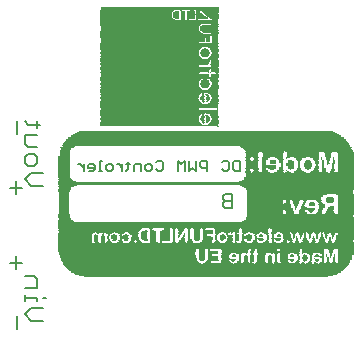
<source format=gbo>
G75*
%MOIN*%
%OFA0B0*%
%FSLAX25Y25*%
%IPPOS*%
%LPD*%
%AMOC8*
5,1,8,0,0,1.08239X$1,22.5*
%
%ADD10C,0.00500*%
%ADD11C,0.00700*%
%ADD12C,0.00800*%
%ADD13R,0.81580X0.00241*%
%ADD14R,0.84467X0.00241*%
%ADD15R,0.85911X0.00241*%
%ADD16R,0.87356X0.00241*%
%ADD17R,0.87837X0.00241*%
%ADD18R,0.88799X0.00241*%
%ADD19R,0.89762X0.00241*%
%ADD20R,0.90243X0.00241*%
%ADD21R,0.91206X0.00241*%
%ADD22R,0.91687X0.00241*%
%ADD23R,0.92168X0.00241*%
%ADD24R,0.92650X0.00241*%
%ADD25R,0.93131X0.00241*%
%ADD26R,0.93612X0.00241*%
%ADD27R,0.94093X0.00241*%
%ADD28R,0.94575X0.00241*%
%ADD29R,0.94575X0.00241*%
%ADD30R,0.95056X0.00241*%
%ADD31R,0.04091X0.00241*%
%ADD32R,0.01685X0.00241*%
%ADD33R,0.03850X0.00241*%
%ADD34R,0.01444X0.00241*%
%ADD35R,0.02166X0.00241*%
%ADD36R,0.01203X0.00241*%
%ADD37R,0.02647X0.00241*%
%ADD38R,0.06016X0.00241*%
%ADD39R,0.01925X0.00241*%
%ADD40R,0.05054X0.00241*%
%ADD41R,0.09867X0.00241*%
%ADD42R,0.46205X0.00241*%
%ADD43R,0.03850X0.00241*%
%ADD44R,0.01203X0.00241*%
%ADD45R,0.00481X0.00241*%
%ADD46R,0.00481X0.00241*%
%ADD47R,0.01444X0.00241*%
%ADD48R,0.02888X0.00241*%
%ADD49R,0.01204X0.00241*%
%ADD50R,0.01444X0.00241*%
%ADD51R,0.03128X0.00241*%
%ADD52R,0.01685X0.00241*%
%ADD53R,0.45242X0.00241*%
%ADD54R,0.00722X0.00241*%
%ADD55R,0.00962X0.00241*%
%ADD56R,0.00963X0.00241*%
%ADD57R,0.02647X0.00241*%
%ADD58R,0.00722X0.00241*%
%ADD59R,0.01444X0.00241*%
%ADD60R,0.00241X0.00241*%
%ADD61R,0.45242X0.00241*%
%ADD62R,0.04091X0.00241*%
%ADD63R,0.00722X0.00241*%
%ADD64R,0.00722X0.00241*%
%ADD65R,0.00963X0.00241*%
%ADD66R,0.00241X0.00241*%
%ADD67R,0.02407X0.00241*%
%ADD68R,0.02647X0.00241*%
%ADD69R,0.45001X0.00241*%
%ADD70R,0.04332X0.00241*%
%ADD71R,0.01204X0.00241*%
%ADD72R,0.02407X0.00241*%
%ADD73R,0.45001X0.00241*%
%ADD74R,0.04572X0.00241*%
%ADD75R,0.04813X0.00241*%
%ADD76R,0.03609X0.00241*%
%ADD77R,0.04572X0.00241*%
%ADD78R,0.00481X0.00241*%
%ADD79R,0.00481X0.00241*%
%ADD80R,0.04813X0.00241*%
%ADD81R,0.03609X0.00241*%
%ADD82R,0.45242X0.00241*%
%ADD83R,0.00962X0.00241*%
%ADD84R,0.00241X0.00241*%
%ADD85R,0.02647X0.00241*%
%ADD86R,0.01925X0.00241*%
%ADD87R,0.04813X0.00241*%
%ADD88R,0.00481X0.00241*%
%ADD89R,0.00241X0.00241*%
%ADD90R,0.00481X0.00241*%
%ADD91R,0.01444X0.00241*%
%ADD92R,0.00722X0.00241*%
%ADD93R,0.01685X0.00241*%
%ADD94R,0.00722X0.00241*%
%ADD95R,0.02407X0.00241*%
%ADD96R,0.01444X0.00241*%
%ADD97R,0.02647X0.00241*%
%ADD98R,0.01204X0.00241*%
%ADD99R,0.01203X0.00241*%
%ADD100R,0.03609X0.00241*%
%ADD101R,0.01925X0.00241*%
%ADD102R,0.45242X0.00241*%
%ADD103R,0.04813X0.00241*%
%ADD104R,0.00241X0.00241*%
%ADD105R,0.00241X0.00241*%
%ADD106R,0.02647X0.00241*%
%ADD107R,0.00722X0.00241*%
%ADD108R,0.01444X0.00241*%
%ADD109R,0.00722X0.00241*%
%ADD110R,0.01444X0.00241*%
%ADD111R,0.02407X0.00241*%
%ADD112R,0.01204X0.00241*%
%ADD113R,0.01203X0.00241*%
%ADD114R,0.03369X0.00241*%
%ADD115R,0.01925X0.00241*%
%ADD116R,0.45242X0.00241*%
%ADD117R,0.00241X0.00241*%
%ADD118R,0.00962X0.00241*%
%ADD119R,0.00962X0.00241*%
%ADD120R,0.00963X0.00241*%
%ADD121R,0.05054X0.00241*%
%ADD122R,0.00963X0.00241*%
%ADD123R,0.02647X0.00241*%
%ADD124R,0.45483X0.00241*%
%ADD125R,0.05054X0.00241*%
%ADD126R,0.02888X0.00241*%
%ADD127R,0.02406X0.00241*%
%ADD128R,0.03609X0.00241*%
%ADD129R,0.45483X0.00241*%
%ADD130R,0.03129X0.00241*%
%ADD131R,0.02166X0.00241*%
%ADD132R,0.07219X0.00241*%
%ADD133R,0.14198X0.00241*%
%ADD134R,0.08663X0.00241*%
%ADD135R,0.07219X0.00241*%
%ADD136R,0.14198X0.00241*%
%ADD137R,0.08663X0.00241*%
%ADD138R,0.05294X0.00241*%
%ADD139R,0.06738X0.00241*%
%ADD140R,0.06979X0.00241*%
%ADD141R,0.45723X0.00241*%
%ADD142R,0.05294X0.00241*%
%ADD143R,0.06498X0.00241*%
%ADD144R,0.06738X0.00241*%
%ADD145R,0.45723X0.00241*%
%ADD146R,0.01685X0.00241*%
%ADD147R,0.07460X0.00241*%
%ADD148R,0.06498X0.00241*%
%ADD149R,0.06738X0.00241*%
%ADD150R,0.09145X0.00241*%
%ADD151R,0.02166X0.00241*%
%ADD152R,0.45964X0.00241*%
%ADD153R,0.05776X0.00241*%
%ADD154R,0.02166X0.00241*%
%ADD155R,0.07941X0.00241*%
%ADD156R,0.06979X0.00241*%
%ADD157R,0.09385X0.00241*%
%ADD158R,0.02406X0.00241*%
%ADD159R,0.45964X0.00241*%
%ADD160R,0.98425X0.00241*%
%ADD161R,0.98425X0.00241*%
%ADD162R,0.04091X0.00241*%
%ADD163R,0.11310X0.00241*%
%ADD164R,0.06257X0.00241*%
%ADD165R,0.11310X0.00241*%
%ADD166R,0.06257X0.00241*%
%ADD167R,0.03369X0.00241*%
%ADD168R,0.11070X0.00241*%
%ADD169R,0.01684X0.00241*%
%ADD170R,0.03369X0.00241*%
%ADD171R,0.11070X0.00241*%
%ADD172R,0.06017X0.00241*%
%ADD173R,0.01684X0.00241*%
%ADD174R,0.03128X0.00241*%
%ADD175R,0.03369X0.00241*%
%ADD176R,0.06017X0.00241*%
%ADD177R,0.00481X0.00241*%
%ADD178R,0.03129X0.00241*%
%ADD179R,0.03128X0.00241*%
%ADD180R,0.02888X0.00241*%
%ADD181R,0.05776X0.00241*%
%ADD182R,0.00481X0.00241*%
%ADD183R,0.05535X0.00241*%
%ADD184R,0.05535X0.00241*%
%ADD185R,0.02166X0.00241*%
%ADD186R,0.03369X0.00241*%
%ADD187R,0.11310X0.00241*%
%ADD188R,0.05535X0.00241*%
%ADD189R,0.00241X0.00241*%
%ADD190R,0.03128X0.00241*%
%ADD191R,0.02166X0.00241*%
%ADD192R,0.03369X0.00241*%
%ADD193R,0.02888X0.00241*%
%ADD194R,0.11310X0.00241*%
%ADD195R,0.11551X0.00241*%
%ADD196R,0.05776X0.00241*%
%ADD197R,0.01684X0.00241*%
%ADD198R,0.03610X0.00241*%
%ADD199R,0.03129X0.00241*%
%ADD200R,0.02406X0.00241*%
%ADD201R,0.12032X0.00241*%
%ADD202R,0.27434X0.00241*%
%ADD203R,0.08904X0.00241*%
%ADD204R,0.07941X0.00241*%
%ADD205R,0.26712X0.00241*%
%ADD206R,0.27434X0.00241*%
%ADD207R,0.08904X0.00241*%
%ADD208R,0.07941X0.00241*%
%ADD209R,0.26952X0.00241*%
%ADD210R,0.01684X0.00241*%
%ADD211R,0.27193X0.00241*%
%ADD212R,0.27434X0.00241*%
%ADD213R,0.27675X0.00241*%
%ADD214R,0.09385X0.00241*%
%ADD215R,0.08663X0.00241*%
%ADD216R,0.02406X0.00241*%
%ADD217R,0.27915X0.00241*%
%ADD218R,0.98425X0.00241*%
%ADD219R,0.98425X0.00241*%
%ADD220R,0.38022X0.00241*%
%ADD221R,0.06257X0.00241*%
%ADD222R,0.37060X0.00241*%
%ADD223R,0.05294X0.00241*%
%ADD224R,0.36579X0.00241*%
%ADD225R,0.36338X0.00241*%
%ADD226R,0.04572X0.00241*%
%ADD227R,0.36097X0.00241*%
%ADD228R,0.04331X0.00241*%
%ADD229R,0.35857X0.00241*%
%ADD230R,0.04091X0.00241*%
%ADD231R,0.35857X0.00241*%
%ADD232R,0.03850X0.00241*%
%ADD233R,0.35616X0.00241*%
%ADD234R,0.03850X0.00241*%
%ADD235R,0.35616X0.00241*%
%ADD236R,0.05535X0.00241*%
%ADD237R,0.02166X0.00241*%
%ADD238R,0.03610X0.00241*%
%ADD239R,0.12032X0.00241*%
%ADD240R,0.11792X0.00241*%
%ADD241R,0.02647X0.00241*%
%ADD242R,0.11792X0.00241*%
%ADD243R,0.05294X0.00241*%
%ADD244R,0.11792X0.00241*%
%ADD245R,0.05294X0.00241*%
%ADD246R,0.12273X0.00241*%
%ADD247R,0.02166X0.00241*%
%ADD248R,0.15161X0.00241*%
%ADD249R,0.15161X0.00241*%
%ADD250R,0.14920X0.00241*%
%ADD251R,0.14920X0.00241*%
%ADD252R,0.14680X0.00241*%
%ADD253R,0.14680X0.00241*%
%ADD254R,0.14439X0.00241*%
%ADD255R,0.11792X0.00241*%
%ADD256R,0.12032X0.00241*%
%ADD257R,0.24787X0.00241*%
%ADD258R,0.24787X0.00241*%
%ADD259R,0.25028X0.00241*%
%ADD260R,0.25268X0.00241*%
%ADD261R,0.25268X0.00241*%
%ADD262R,0.25749X0.00241*%
%ADD263R,0.26712X0.00241*%
%ADD264R,0.36097X0.00241*%
%ADD265R,0.04331X0.00241*%
%ADD266R,0.36338X0.00241*%
%ADD267R,0.37782X0.00241*%
%ADD268R,0.06016X0.00241*%
%ADD269R,0.38263X0.00241*%
%ADD270R,0.37301X0.00241*%
%ADD271R,0.36819X0.00241*%
%ADD272R,0.04572X0.00241*%
%ADD273R,0.36579X0.00241*%
%ADD274R,0.36097X0.00241*%
%ADD275R,0.36097X0.00241*%
%ADD276R,0.03369X0.00241*%
%ADD277R,0.04331X0.00241*%
%ADD278R,0.03129X0.00241*%
%ADD279R,0.04331X0.00241*%
%ADD280R,0.10589X0.00241*%
%ADD281R,0.10589X0.00241*%
%ADD282R,0.03610X0.00241*%
%ADD283R,0.10829X0.00241*%
%ADD284R,0.07220X0.00241*%
%ADD285R,0.22380X0.00241*%
%ADD286R,0.12995X0.00241*%
%ADD287R,0.35857X0.00241*%
%ADD288R,0.35857X0.00241*%
%ADD289R,0.03610X0.00241*%
%ADD290R,0.36338X0.00241*%
%ADD291R,0.36338X0.00241*%
%ADD292R,0.36819X0.00241*%
%ADD293R,0.96019X0.00241*%
%ADD294R,0.95537X0.00241*%
%ADD295R,0.95537X0.00241*%
%ADD296R,0.95056X0.00241*%
%ADD297R,0.94093X0.00241*%
%ADD298R,0.93612X0.00241*%
%ADD299R,0.93131X0.00241*%
%ADD300R,0.92650X0.00241*%
%ADD301R,0.92168X0.00241*%
%ADD302R,0.91687X0.00241*%
%ADD303R,0.91206X0.00241*%
%ADD304R,0.90243X0.00241*%
%ADD305R,0.89762X0.00241*%
%ADD306R,0.88799X0.00241*%
%ADD307R,0.87837X0.00241*%
%ADD308R,0.87356X0.00241*%
%ADD309R,0.85911X0.00241*%
%ADD310R,0.84467X0.00241*%
%ADD311R,0.81580X0.00241*%
%ADD312R,0.00413X0.00138*%
%ADD313R,0.39232X0.00138*%
%ADD314R,0.39232X0.00138*%
%ADD315R,0.03854X0.00138*%
%ADD316R,0.34277X0.00138*%
%ADD317R,0.03441X0.00138*%
%ADD318R,0.33864X0.00138*%
%ADD319R,0.03166X0.00138*%
%ADD320R,0.33726X0.00138*%
%ADD321R,0.03028X0.00138*%
%ADD322R,0.33451X0.00138*%
%ADD323R,0.02891X0.00138*%
%ADD324R,0.33313X0.00138*%
%ADD325R,0.02753X0.00138*%
%ADD326R,0.00138X0.00138*%
%ADD327R,0.33176X0.00138*%
%ADD328R,0.02615X0.00138*%
%ADD329R,0.00413X0.00138*%
%ADD330R,0.33038X0.00138*%
%ADD331R,0.02478X0.00138*%
%ADD332R,0.00551X0.00138*%
%ADD333R,0.00688X0.00138*%
%ADD334R,0.33038X0.00138*%
%ADD335R,0.02478X0.00138*%
%ADD336R,0.00689X0.00138*%
%ADD337R,0.00826X0.00138*%
%ADD338R,0.32900X0.00138*%
%ADD339R,0.02340X0.00138*%
%ADD340R,0.00826X0.00138*%
%ADD341R,0.00963X0.00138*%
%ADD342R,0.32900X0.00138*%
%ADD343R,0.02340X0.00138*%
%ADD344R,0.00964X0.00138*%
%ADD345R,0.01101X0.00138*%
%ADD346R,0.32763X0.00138*%
%ADD347R,0.00964X0.00138*%
%ADD348R,0.01101X0.00138*%
%ADD349R,0.32763X0.00138*%
%ADD350R,0.02202X0.00138*%
%ADD351R,0.01102X0.00138*%
%ADD352R,0.01101X0.00138*%
%ADD353R,0.32763X0.00138*%
%ADD354R,0.02202X0.00138*%
%ADD355R,0.01102X0.00138*%
%ADD356R,0.01239X0.00138*%
%ADD357R,0.02202X0.00138*%
%ADD358R,0.01102X0.00138*%
%ADD359R,0.01239X0.00138*%
%ADD360R,0.32625X0.00138*%
%ADD361R,0.32625X0.00138*%
%ADD362R,0.01239X0.00138*%
%ADD363R,0.32625X0.00138*%
%ADD364R,0.02202X0.00138*%
%ADD365R,0.01102X0.00138*%
%ADD366R,0.01239X0.00138*%
%ADD367R,0.32763X0.00138*%
%ADD368R,0.02615X0.00138*%
%ADD369R,0.00413X0.00138*%
%ADD370R,0.02615X0.00138*%
%ADD371R,0.00138X0.00138*%
%ADD372R,0.00551X0.00138*%
%ADD373R,0.33038X0.00138*%
%ADD374R,0.00551X0.00138*%
%ADD375R,0.02891X0.00138*%
%ADD376R,0.00551X0.00138*%
%ADD377R,0.33313X0.00138*%
%ADD378R,0.03166X0.00138*%
%ADD379R,0.33451X0.00138*%
%ADD380R,0.03441X0.00138*%
%ADD381R,0.34552X0.00138*%
%ADD382R,0.03854X0.00138*%
%ADD383R,0.34690X0.00138*%
%ADD384R,0.39232X0.00138*%
%ADD385R,0.00275X0.00138*%
%ADD386R,0.32900X0.00138*%
%ADD387R,0.00137X0.00138*%
%ADD388R,0.00137X0.00138*%
%ADD389R,0.00137X0.00138*%
%ADD390R,0.00275X0.00138*%
%ADD391R,0.39232X0.00138*%
%ADD392R,0.00963X0.00138*%
%ADD393R,0.02340X0.00138*%
%ADD394R,0.00964X0.00138*%
%ADD395R,0.02340X0.00138*%
%ADD396R,0.00964X0.00138*%
%ADD397R,0.01101X0.00138*%
%ADD398R,0.00963X0.00138*%
%ADD399R,0.02478X0.00138*%
%ADD400R,0.00689X0.00138*%
%ADD401R,0.00413X0.00138*%
%ADD402R,0.00826X0.00138*%
%ADD403R,0.32900X0.00138*%
%ADD404R,0.33038X0.00138*%
%ADD405R,0.02753X0.00138*%
%ADD406R,0.33176X0.00138*%
%ADD407R,0.02891X0.00138*%
%ADD408R,0.33313X0.00138*%
%ADD409R,0.03166X0.00138*%
%ADD410R,0.33451X0.00138*%
%ADD411R,0.34552X0.00138*%
%ADD412R,0.03854X0.00138*%
%ADD413R,0.34690X0.00138*%
%ADD414R,0.34277X0.00138*%
%ADD415R,0.33726X0.00138*%
%ADD416R,0.02753X0.00138*%
%ADD417R,0.33176X0.00138*%
%ADD418R,0.01377X0.00138*%
%ADD419R,0.01790X0.00138*%
%ADD420R,0.02478X0.00138*%
%ADD421R,0.02203X0.00138*%
%ADD422R,0.02478X0.00138*%
%ADD423R,0.02891X0.00138*%
%ADD424R,0.03029X0.00138*%
%ADD425R,0.03029X0.00138*%
%ADD426R,0.03029X0.00138*%
%ADD427R,0.32625X0.00138*%
%ADD428R,0.02065X0.00138*%
%ADD429R,0.01790X0.00138*%
%ADD430R,0.02615X0.00138*%
%ADD431R,0.01652X0.00138*%
%ADD432R,0.01652X0.00138*%
%ADD433R,0.36342X0.00138*%
%ADD434R,0.36204X0.00138*%
%ADD435R,0.36204X0.00138*%
%ADD436R,0.36204X0.00138*%
%ADD437R,0.36204X0.00138*%
%ADD438R,0.36342X0.00138*%
%ADD439R,0.36479X0.00138*%
%ADD440R,0.35103X0.00138*%
%ADD441R,0.35516X0.00138*%
%ADD442R,0.35791X0.00138*%
%ADD443R,0.35929X0.00138*%
%ADD444R,0.36066X0.00138*%
%ADD445R,0.36342X0.00138*%
%ADD446R,0.36617X0.00138*%
%ADD447R,0.03854X0.00138*%
%ADD448R,0.34277X0.00138*%
%ADD449R,0.33864X0.00138*%
%ADD450R,0.03166X0.00138*%
%ADD451R,0.33726X0.00138*%
%ADD452R,0.03028X0.00138*%
%ADD453R,0.00688X0.00138*%
%ADD454R,0.01377X0.00138*%
%ADD455R,0.01927X0.00138*%
%ADD456R,0.02203X0.00138*%
%ADD457R,0.02478X0.00138*%
%ADD458R,0.02891X0.00138*%
%ADD459R,0.03029X0.00138*%
%ADD460R,0.01652X0.00138*%
%ADD461R,0.33589X0.00138*%
%ADD462R,0.03304X0.00138*%
%ADD463R,0.03717X0.00138*%
%ADD464R,0.34139X0.00138*%
%ADD465R,0.34690X0.00138*%
%ADD466R,0.34690X0.00138*%
%ADD467R,0.01376X0.00138*%
%ADD468R,0.34827X0.00138*%
%ADD469R,0.36479X0.00138*%
%ADD470R,0.36479X0.00138*%
%ADD471R,0.36479X0.00138*%
%ADD472R,0.34139X0.00138*%
%ADD473R,0.05093X0.00138*%
%ADD474R,0.05369X0.00138*%
%ADD475R,0.05644X0.00138*%
%ADD476R,0.05781X0.00138*%
%ADD477R,0.05781X0.00138*%
%ADD478R,0.05919X0.00138*%
%ADD479R,0.05919X0.00138*%
%ADD480R,0.05919X0.00138*%
%ADD481R,0.06057X0.00138*%
%ADD482R,0.06057X0.00138*%
%ADD483R,0.06057X0.00138*%
%ADD484R,0.05781X0.00138*%
%ADD485R,0.05369X0.00138*%
%ADD486R,0.04268X0.00138*%
%ADD487R,0.28357X0.00138*%
%ADD488R,0.24641X0.00138*%
%ADD489R,0.01514X0.00138*%
%ADD490R,0.24503X0.00138*%
%ADD491R,0.01514X0.00138*%
%ADD492R,0.24228X0.00138*%
%ADD493R,0.03992X0.00138*%
%ADD494R,0.01514X0.00138*%
%ADD495R,0.01239X0.00138*%
%ADD496R,0.24090X0.00138*%
%ADD497R,0.23952X0.00138*%
%ADD498R,0.03717X0.00138*%
%ADD499R,0.02753X0.00138*%
%ADD500R,0.01652X0.00138*%
%ADD501R,0.23815X0.00138*%
%ADD502R,0.01789X0.00138*%
%ADD503R,0.23815X0.00138*%
%ADD504R,0.03304X0.00138*%
%ADD505R,0.01927X0.00138*%
%ADD506R,0.23677X0.00138*%
%ADD507R,0.03579X0.00138*%
%ADD508R,0.01514X0.00138*%
%ADD509R,0.01927X0.00138*%
%ADD510R,0.23677X0.00138*%
%ADD511R,0.03717X0.00138*%
%ADD512R,0.02891X0.00138*%
%ADD513R,0.02065X0.00138*%
%ADD514R,0.23677X0.00138*%
%ADD515R,0.04130X0.00138*%
%ADD516R,0.02065X0.00138*%
%ADD517R,0.23677X0.00138*%
%ADD518R,0.04267X0.00138*%
%ADD519R,0.04405X0.00138*%
%ADD520R,0.02065X0.00138*%
%ADD521R,0.04680X0.00138*%
%ADD522R,0.04818X0.00138*%
%ADD523R,0.04956X0.00138*%
%ADD524R,0.01927X0.00138*%
%ADD525R,0.05231X0.00138*%
%ADD526R,0.23815X0.00138*%
%ADD527R,0.05369X0.00138*%
%ADD528R,0.01377X0.00138*%
%ADD529R,0.01789X0.00138*%
%ADD530R,0.23815X0.00138*%
%ADD531R,0.05506X0.00138*%
%ADD532R,0.01652X0.00138*%
%ADD533R,0.23952X0.00138*%
%ADD534R,0.01652X0.00138*%
%ADD535R,0.01239X0.00138*%
%ADD536R,0.24090X0.00138*%
%ADD537R,0.07571X0.00138*%
%ADD538R,0.24503X0.00138*%
%ADD539R,0.07571X0.00138*%
%ADD540R,0.24778X0.00138*%
%ADD541R,0.07709X0.00138*%
%ADD542R,0.31524X0.00138*%
%ADD543R,0.39370X0.00138*%
%ADD544R,0.39370X0.00138*%
%ADD545R,0.39370X0.00138*%
D10*
X0089005Y0107521D02*
X0089005Y0109857D01*
X0087838Y0109857D02*
X0089005Y0108689D01*
X0090353Y0108689D02*
X0092688Y0108689D01*
X0092688Y0108105D02*
X0092688Y0109273D01*
X0092105Y0109857D01*
X0090937Y0109857D01*
X0090353Y0109273D01*
X0090353Y0108689D01*
X0090937Y0107521D02*
X0092105Y0107521D01*
X0092688Y0108105D01*
X0093976Y0107521D02*
X0095144Y0107521D01*
X0094560Y0107521D02*
X0094560Y0111024D01*
X0095144Y0111024D01*
X0096492Y0109273D02*
X0097075Y0109857D01*
X0098243Y0109857D01*
X0098827Y0109273D01*
X0098827Y0108105D01*
X0098243Y0107521D01*
X0097075Y0107521D01*
X0096492Y0108105D01*
X0096492Y0109273D01*
X0100145Y0109857D02*
X0100729Y0109857D01*
X0101896Y0108689D01*
X0101896Y0107521D02*
X0101896Y0109857D01*
X0103184Y0109857D02*
X0104352Y0109857D01*
X0103768Y0110441D02*
X0103768Y0108105D01*
X0103184Y0107521D01*
X0105699Y0107521D02*
X0105699Y0109273D01*
X0106283Y0109857D01*
X0108035Y0109857D01*
X0108035Y0107521D01*
X0109383Y0108105D02*
X0109383Y0109273D01*
X0109966Y0109857D01*
X0111134Y0109857D01*
X0111718Y0109273D01*
X0111718Y0108105D01*
X0111134Y0107521D01*
X0109966Y0107521D01*
X0109383Y0108105D01*
X0113066Y0108105D02*
X0113650Y0107521D01*
X0114817Y0107521D01*
X0115401Y0108105D01*
X0115401Y0110441D01*
X0114817Y0111024D01*
X0113650Y0111024D01*
X0113066Y0110441D01*
X0120432Y0111024D02*
X0120432Y0107521D01*
X0122767Y0107521D02*
X0122767Y0111024D01*
X0121600Y0109857D01*
X0120432Y0111024D01*
X0124115Y0111024D02*
X0124115Y0107521D01*
X0125283Y0108689D01*
X0126450Y0107521D01*
X0126450Y0111024D01*
X0127798Y0110441D02*
X0127798Y0109273D01*
X0128382Y0108689D01*
X0130134Y0108689D01*
X0130134Y0107521D02*
X0130134Y0111024D01*
X0128382Y0111024D01*
X0127798Y0110441D01*
X0135165Y0110441D02*
X0135748Y0111024D01*
X0136916Y0111024D01*
X0137500Y0110441D01*
X0137500Y0108105D01*
X0136916Y0107521D01*
X0135748Y0107521D01*
X0135165Y0108105D01*
X0138848Y0108105D02*
X0138848Y0110441D01*
X0139432Y0111024D01*
X0141183Y0111024D01*
X0141183Y0107521D01*
X0139432Y0107521D01*
X0138848Y0108105D01*
X0087838Y0109857D02*
X0087254Y0109857D01*
D11*
X0135314Y0099208D02*
X0135314Y0098391D01*
X0136131Y0097573D01*
X0138583Y0097573D01*
X0138583Y0095121D02*
X0138583Y0100026D01*
X0136131Y0100026D01*
X0135314Y0099208D01*
X0136131Y0097573D02*
X0135314Y0096756D01*
X0135314Y0095939D01*
X0136131Y0095121D01*
X0138583Y0095121D01*
D12*
X0066686Y0059113D02*
X0066686Y0054976D01*
X0071402Y0057671D02*
X0069333Y0059740D01*
X0071402Y0061808D01*
X0075538Y0061808D01*
X0073470Y0064117D02*
X0073470Y0065151D01*
X0069333Y0065151D01*
X0069333Y0064117D02*
X0069333Y0066185D01*
X0069333Y0068414D02*
X0073470Y0068414D01*
X0073470Y0071516D01*
X0072436Y0072551D01*
X0069333Y0072551D01*
X0066465Y0074956D02*
X0066465Y0079092D01*
X0068533Y0077024D02*
X0064396Y0077024D01*
X0075538Y0065151D02*
X0076573Y0065151D01*
X0075538Y0057671D02*
X0071402Y0057671D01*
X0066465Y0099956D02*
X0066465Y0104092D01*
X0068533Y0102024D02*
X0064396Y0102024D01*
X0069333Y0104740D02*
X0071402Y0106808D01*
X0075538Y0106808D01*
X0072436Y0109117D02*
X0070367Y0109117D01*
X0069333Y0110151D01*
X0069333Y0112220D01*
X0070367Y0113254D01*
X0072436Y0113254D01*
X0073470Y0112220D01*
X0073470Y0110151D01*
X0072436Y0109117D01*
X0069333Y0104740D02*
X0071402Y0102671D01*
X0075538Y0102671D01*
X0073470Y0115562D02*
X0070367Y0115562D01*
X0069333Y0116597D01*
X0069333Y0119699D01*
X0073470Y0119699D01*
X0073470Y0122008D02*
X0073470Y0124076D01*
X0074504Y0123042D02*
X0070367Y0123042D01*
X0069333Y0124076D01*
X0066686Y0124113D02*
X0066686Y0119976D01*
D13*
X0129841Y0072271D03*
D14*
X0129841Y0072512D03*
D15*
X0129841Y0072753D03*
D16*
X0129841Y0072993D03*
D17*
X0129841Y0073234D03*
D18*
X0129841Y0073475D03*
D19*
X0129841Y0073715D03*
D20*
X0129841Y0073956D03*
D21*
X0129841Y0074197D03*
D22*
X0129841Y0074437D03*
D23*
X0129841Y0074678D03*
D24*
X0129841Y0074918D03*
D25*
X0129841Y0075159D03*
D26*
X0129841Y0075400D03*
D27*
X0129841Y0075640D03*
D28*
X0129841Y0075881D03*
X0129841Y0116791D03*
D29*
X0129841Y0117032D03*
X0129841Y0076122D03*
D30*
X0129841Y0076362D03*
D31*
X0175564Y0076603D03*
X0175805Y0077084D03*
D32*
X0172436Y0076603D03*
X0170029Y0086951D03*
X0171473Y0095133D03*
X0167382Y0097539D03*
X0164975Y0096577D03*
X0161847Y0094170D03*
X0159922Y0096577D03*
X0159200Y0086951D03*
X0157034Y0106925D03*
X0157997Y0108369D03*
X0149333Y0107406D03*
X0146445Y0107887D03*
X0093984Y0086951D03*
D33*
X0082554Y0105962D03*
X0082554Y0106443D03*
X0082554Y0106925D03*
X0082554Y0107406D03*
X0082554Y0107887D03*
X0082554Y0108369D03*
X0082554Y0108850D03*
X0082554Y0109331D03*
X0083275Y0115107D03*
X0132127Y0077566D03*
X0148010Y0076603D03*
X0169428Y0076603D03*
D34*
X0166299Y0076603D03*
X0158358Y0077566D03*
X0168224Y0095133D03*
X0167984Y0096577D03*
X0154748Y0107887D03*
X0151860Y0107887D03*
X0146566Y0107406D03*
X0143678Y0107406D03*
X0143678Y0107887D03*
X0140068Y0086951D03*
X0138865Y0077566D03*
D35*
X0142836Y0086951D03*
X0164254Y0076603D03*
X0171232Y0094170D03*
X0171232Y0097058D03*
D36*
X0168104Y0094652D03*
X0167863Y0094170D03*
X0162088Y0095614D03*
X0161366Y0086470D03*
X0159200Y0086470D03*
X0164494Y0086470D03*
X0170029Y0086470D03*
X0172195Y0086470D03*
X0166901Y0077566D03*
X0162088Y0076603D03*
X0160403Y0077084D03*
X0150055Y0086470D03*
X0143076Y0078047D03*
X0143076Y0077566D03*
X0143076Y0077084D03*
X0145002Y0076603D03*
X0140911Y0077084D03*
X0130563Y0077084D03*
X0133450Y0086470D03*
X0121178Y0086951D03*
X0111792Y0087432D03*
X0101204Y0086470D03*
X0149093Y0107887D03*
X0149093Y0108369D03*
X0154868Y0108369D03*
X0169067Y0107887D03*
X0169067Y0107406D03*
X0171954Y0107406D03*
X0171954Y0107887D03*
D37*
X0148130Y0078047D03*
X0148130Y0077566D03*
X0148130Y0077084D03*
X0159922Y0076603D03*
D38*
X0155349Y0076603D03*
D39*
X0151138Y0076603D03*
X0152582Y0086951D03*
X0156914Y0096577D03*
X0159802Y0097058D03*
X0168465Y0095614D03*
X0171353Y0094652D03*
X0166780Y0086951D03*
X0164615Y0086951D03*
X0143919Y0106925D03*
X0154507Y0107406D03*
X0163652Y0108369D03*
X0166299Y0107406D03*
X0136699Y0086951D03*
X0128517Y0078047D03*
X0121539Y0087913D03*
X0116726Y0087913D03*
X0109265Y0086951D03*
X0109265Y0086470D03*
D40*
X0141633Y0076603D03*
D41*
X0133932Y0076603D03*
D42*
X0105174Y0076603D03*
D43*
X0082554Y0105721D03*
X0082554Y0106203D03*
X0082554Y0106684D03*
X0082554Y0107165D03*
X0082554Y0107647D03*
X0082554Y0108128D03*
X0082554Y0108609D03*
X0082554Y0109091D03*
X0082554Y0109572D03*
X0175684Y0076844D03*
D44*
X0172435Y0076844D03*
X0170510Y0076844D03*
X0168585Y0076844D03*
X0164494Y0076844D03*
X0164494Y0086710D03*
X0161366Y0086710D03*
X0161366Y0086229D03*
X0162088Y0095374D03*
X0164976Y0096817D03*
X0167863Y0094411D03*
X0172195Y0086710D03*
X0172195Y0086229D03*
X0171954Y0107647D03*
X0169067Y0107647D03*
X0169067Y0108128D03*
X0154868Y0108128D03*
X0154868Y0108609D03*
X0149093Y0108128D03*
X0149093Y0109572D03*
X0129119Y0088154D03*
X0129359Y0086229D03*
X0121178Y0086710D03*
X0111552Y0088154D03*
X0140189Y0086229D03*
X0143076Y0078288D03*
X0143076Y0077806D03*
X0143076Y0077325D03*
D45*
X0144881Y0076844D03*
X0139828Y0086710D03*
X0136940Y0086229D03*
X0166058Y0076844D03*
X0170390Y0077806D03*
X0170390Y0078288D03*
X0095308Y0086229D03*
D46*
X0093864Y0086710D03*
X0103249Y0086229D03*
X0161967Y0076844D03*
X0162930Y0086229D03*
X0162930Y0086710D03*
X0168465Y0086229D03*
X0172556Y0078288D03*
X0172556Y0077806D03*
D47*
X0160283Y0076844D03*
X0149935Y0086710D03*
X0140790Y0076844D03*
X0124186Y0088154D03*
X0121298Y0087192D03*
X0143678Y0107647D03*
X0146566Y0107647D03*
X0168224Y0094892D03*
X0169187Y0107165D03*
D48*
X0155951Y0076844D03*
D49*
X0153184Y0076844D03*
X0145242Y0077325D03*
X0145242Y0077806D03*
X0145242Y0078288D03*
X0130803Y0077325D03*
X0157034Y0096817D03*
X0157034Y0097299D03*
X0159922Y0095855D03*
X0167623Y0093930D03*
X0166660Y0108609D03*
X0160884Y0108128D03*
D50*
X0163652Y0108128D03*
X0166540Y0108128D03*
X0171834Y0107165D03*
X0167502Y0097299D03*
X0167743Y0096817D03*
X0164855Y0093930D03*
X0159802Y0096336D03*
X0159080Y0086710D03*
X0152341Y0086710D03*
X0151138Y0078288D03*
X0151138Y0077806D03*
X0151138Y0077325D03*
X0151138Y0076844D03*
X0162689Y0077806D03*
X0166780Y0077806D03*
X0166780Y0086710D03*
X0169909Y0086710D03*
X0171593Y0095374D03*
X0157876Y0108128D03*
X0149213Y0107647D03*
X0133571Y0086710D03*
X0119132Y0088154D03*
D51*
X0130322Y0087192D03*
X0130322Y0086710D03*
X0136338Y0076844D03*
X0148130Y0076844D03*
X0105776Y0086710D03*
D52*
X0109386Y0087192D03*
X0097594Y0086710D03*
X0128397Y0077806D03*
X0130563Y0076844D03*
X0143077Y0076844D03*
X0161847Y0093930D03*
X0159922Y0096817D03*
X0157034Y0097780D03*
X0166419Y0107647D03*
X0146445Y0108128D03*
X0146445Y0107165D03*
X0162810Y0078288D03*
D53*
X0104693Y0076844D03*
X0103971Y0077806D03*
X0103971Y0078288D03*
D54*
X0109867Y0087432D03*
X0111552Y0087913D03*
X0129119Y0087913D03*
X0139948Y0086470D03*
X0142595Y0086470D03*
X0141151Y0078047D03*
X0160644Y0078047D03*
X0170510Y0077566D03*
X0170510Y0077084D03*
X0172435Y0077084D03*
X0172435Y0077566D03*
X0168344Y0086951D03*
X0162328Y0096577D03*
X0172195Y0109331D03*
D55*
X0168706Y0078047D03*
X0168706Y0077084D03*
D56*
X0164614Y0077084D03*
X0160523Y0077566D03*
X0162930Y0086951D03*
X0166781Y0086470D03*
X0162208Y0096096D03*
X0162689Y0097058D03*
X0159801Y0095614D03*
X0160764Y0108369D03*
X0154988Y0108850D03*
X0154988Y0109331D03*
X0166781Y0109331D03*
X0168946Y0108850D03*
X0168946Y0108369D03*
X0172075Y0108369D03*
X0172075Y0108850D03*
X0141031Y0077566D03*
X0124186Y0086470D03*
X0124186Y0086951D03*
X0124186Y0087432D03*
X0124186Y0087913D03*
X0121057Y0086470D03*
X0119132Y0086470D03*
X0119132Y0086951D03*
X0119132Y0087432D03*
X0119132Y0087913D03*
X0097473Y0086470D03*
D57*
X0136338Y0077084D03*
X0155831Y0077084D03*
X0170992Y0097539D03*
D58*
X0163772Y0107887D03*
X0160884Y0108850D03*
X0160884Y0109331D03*
X0168826Y0109331D03*
X0159922Y0095133D03*
X0164735Y0078047D03*
X0164735Y0077566D03*
X0168826Y0077566D03*
X0153184Y0077566D03*
X0153184Y0078047D03*
X0153184Y0077084D03*
X0138504Y0086951D03*
D59*
X0146325Y0086470D03*
X0151138Y0078047D03*
X0151138Y0077566D03*
X0151138Y0077084D03*
X0162689Y0078047D03*
X0167743Y0097058D03*
X0162930Y0097539D03*
X0160764Y0107887D03*
X0166540Y0107887D03*
X0149213Y0109331D03*
X0128517Y0077566D03*
D60*
X0144761Y0077084D03*
D61*
X0104452Y0077084D03*
D62*
X0083636Y0115347D03*
X0175805Y0077325D03*
D63*
X0172435Y0077325D03*
X0170510Y0077325D03*
X0166901Y0077325D03*
X0160644Y0077806D03*
X0160644Y0078288D03*
X0158478Y0077325D03*
X0141151Y0077806D03*
X0141151Y0078288D03*
X0135376Y0086229D03*
X0129119Y0087673D03*
X0111552Y0087673D03*
X0099278Y0086229D03*
X0097353Y0086229D03*
X0162328Y0096336D03*
X0172195Y0109091D03*
X0172195Y0109572D03*
D64*
X0168826Y0109572D03*
X0160884Y0109572D03*
X0160884Y0109091D03*
X0157034Y0107165D03*
X0159922Y0095374D03*
X0144280Y0086229D03*
X0153184Y0078288D03*
X0153184Y0077806D03*
X0153184Y0077325D03*
X0164735Y0077806D03*
X0164735Y0078288D03*
X0168826Y0077806D03*
X0168826Y0077325D03*
D65*
X0164614Y0077325D03*
X0160523Y0077325D03*
X0159080Y0086229D03*
X0154026Y0086229D03*
X0152101Y0086229D03*
X0150175Y0086229D03*
X0148251Y0086229D03*
X0146325Y0086229D03*
X0142716Y0086710D03*
X0142234Y0086229D03*
X0136699Y0086710D03*
X0133330Y0086229D03*
X0124186Y0086229D03*
X0124186Y0086710D03*
X0124186Y0087192D03*
X0124186Y0087673D03*
X0121057Y0086229D03*
X0119132Y0086229D03*
X0119132Y0086710D03*
X0119132Y0087192D03*
X0119132Y0087673D03*
X0101324Y0086229D03*
X0138865Y0077325D03*
X0141031Y0077325D03*
X0162208Y0095855D03*
X0162449Y0096817D03*
X0162689Y0097299D03*
X0164614Y0086229D03*
X0166781Y0086229D03*
X0169909Y0086229D03*
X0172075Y0108128D03*
X0172075Y0108609D03*
X0168946Y0108609D03*
X0168946Y0109091D03*
X0166781Y0109091D03*
X0166781Y0109572D03*
X0160764Y0108609D03*
X0154988Y0109091D03*
X0154988Y0109572D03*
D66*
X0170510Y0109572D03*
X0159922Y0094892D03*
X0168345Y0086710D03*
X0162810Y0077325D03*
X0138504Y0086710D03*
X0122621Y0086229D03*
X0095909Y0086710D03*
D67*
X0105896Y0086229D03*
X0121538Y0088154D03*
X0136218Y0077325D03*
X0155710Y0077325D03*
X0156673Y0086229D03*
X0157636Y0093930D03*
X0166058Y0107165D03*
X0171112Y0093930D03*
D68*
X0164735Y0094411D03*
X0159922Y0097780D03*
X0148130Y0078288D03*
X0148130Y0077806D03*
X0148130Y0077325D03*
D69*
X0104332Y0077325D03*
D70*
X0175925Y0077566D03*
D71*
X0166660Y0078047D03*
X0162810Y0077566D03*
X0152221Y0086470D03*
X0145242Y0078047D03*
X0145242Y0077566D03*
X0157034Y0097058D03*
X0157034Y0097539D03*
X0159922Y0096096D03*
X0171714Y0095614D03*
X0166660Y0108369D03*
X0166660Y0108850D03*
X0095669Y0086951D03*
D72*
X0116485Y0087432D03*
X0136218Y0077566D03*
X0155710Y0077566D03*
X0156432Y0086470D03*
X0146566Y0106925D03*
X0151860Y0108369D03*
X0169187Y0106925D03*
D73*
X0104092Y0077566D03*
D74*
X0150777Y0108609D03*
X0150777Y0109091D03*
X0176045Y0078288D03*
X0176045Y0077806D03*
D75*
X0156914Y0077806D03*
X0163652Y0094892D03*
X0137421Y0077806D03*
D76*
X0132247Y0077806D03*
X0132247Y0078288D03*
X0082433Y0093930D03*
X0082433Y0094411D03*
X0082433Y0094892D03*
X0082433Y0095374D03*
X0082433Y0095855D03*
X0082433Y0096336D03*
X0082433Y0096817D03*
X0082433Y0097299D03*
X0082433Y0097780D03*
D77*
X0150777Y0108850D03*
X0176045Y0078047D03*
D78*
X0172556Y0078047D03*
X0162930Y0086470D03*
D79*
X0170390Y0078047D03*
X0136940Y0086470D03*
D80*
X0137421Y0078047D03*
X0156914Y0078047D03*
X0163652Y0094652D03*
D81*
X0132247Y0078047D03*
X0082433Y0094170D03*
X0082433Y0094652D03*
X0082433Y0095133D03*
X0082433Y0095614D03*
X0082433Y0096096D03*
X0082433Y0096577D03*
X0082433Y0097058D03*
X0082433Y0097539D03*
D82*
X0103971Y0078047D03*
D83*
X0168706Y0078288D03*
D84*
X0166179Y0078288D03*
X0093262Y0086229D03*
D85*
X0136338Y0078288D03*
X0155831Y0078288D03*
X0156312Y0086710D03*
X0170992Y0097299D03*
X0170992Y0097780D03*
D86*
X0171353Y0094892D03*
X0162930Y0097780D03*
X0161967Y0094411D03*
X0160764Y0107647D03*
X0151860Y0108128D03*
X0146325Y0086710D03*
X0128517Y0078288D03*
X0116726Y0087673D03*
X0109265Y0086710D03*
X0109265Y0086229D03*
X0101324Y0086710D03*
D87*
X0083035Y0090801D03*
X0083035Y0102112D03*
X0176166Y0079010D03*
X0176166Y0078528D03*
D88*
X0172556Y0078528D03*
X0169909Y0085507D03*
X0166780Y0085507D03*
X0166780Y0085026D03*
X0165577Y0085026D03*
X0162930Y0085988D03*
X0159080Y0085507D03*
X0164855Y0093689D03*
X0168706Y0110294D03*
X0168706Y0110775D03*
X0156914Y0111738D03*
X0146325Y0085507D03*
X0120817Y0085507D03*
X0101324Y0084544D03*
D89*
X0143558Y0079972D03*
X0159200Y0085026D03*
X0160162Y0085507D03*
X0164494Y0085026D03*
X0165697Y0085507D03*
X0170029Y0085026D03*
X0172676Y0079491D03*
X0172676Y0079010D03*
X0171473Y0079010D03*
X0171473Y0078528D03*
X0162810Y0079491D03*
X0162088Y0079972D03*
X0170510Y0109812D03*
X0168585Y0111256D03*
X0168585Y0111738D03*
X0172436Y0111738D03*
X0172436Y0111256D03*
D90*
X0172315Y0110775D03*
X0172315Y0110294D03*
X0171112Y0085026D03*
X0170390Y0078528D03*
X0160283Y0085026D03*
X0158598Y0079491D03*
X0151619Y0079972D03*
X0139828Y0084063D03*
X0139106Y0079491D03*
X0122501Y0085988D03*
X0097233Y0085507D03*
X0097233Y0085026D03*
D91*
X0095308Y0083582D03*
X0093382Y0083582D03*
X0124426Y0084063D03*
X0131164Y0079491D03*
X0135255Y0084544D03*
X0139106Y0079010D03*
X0158598Y0079010D03*
X0160283Y0083582D03*
X0168465Y0079972D03*
X0168465Y0078528D03*
X0171112Y0083582D03*
X0146566Y0111256D03*
X0143678Y0111256D03*
D92*
X0160884Y0109812D03*
X0168826Y0109812D03*
X0150296Y0085988D03*
X0150296Y0085507D03*
X0150296Y0085026D03*
X0150296Y0084544D03*
X0148130Y0084063D03*
X0146205Y0085988D03*
X0153184Y0079491D03*
X0153184Y0079010D03*
X0153184Y0078528D03*
X0164735Y0078528D03*
X0164735Y0079010D03*
X0165697Y0084544D03*
X0120937Y0085988D03*
D93*
X0121899Y0084063D03*
X0126712Y0084544D03*
X0135376Y0085026D03*
X0135376Y0085507D03*
X0137782Y0085507D03*
X0137782Y0085026D03*
X0137782Y0084544D03*
X0160162Y0079972D03*
X0162810Y0078528D03*
X0166901Y0079010D03*
X0167382Y0093208D03*
X0151981Y0110775D03*
X0149333Y0111256D03*
X0146445Y0110775D03*
X0146445Y0111738D03*
X0160884Y0111256D03*
X0166419Y0111256D03*
X0170510Y0112219D03*
X0170510Y0112700D03*
X0109386Y0084544D03*
X0105054Y0083582D03*
X0099279Y0085026D03*
X0099279Y0085507D03*
X0097594Y0083582D03*
D94*
X0097353Y0084544D03*
X0097353Y0085988D03*
X0101204Y0085988D03*
X0093262Y0085988D03*
X0122381Y0085507D03*
X0133210Y0085507D03*
X0133210Y0085026D03*
X0133210Y0084544D03*
X0133210Y0085988D03*
X0139707Y0083582D03*
X0141151Y0079010D03*
X0141151Y0078528D03*
X0145002Y0079972D03*
X0151980Y0085507D03*
X0151980Y0085988D03*
X0153906Y0084063D03*
X0160163Y0084544D03*
X0161366Y0085507D03*
X0161366Y0085988D03*
X0164494Y0085988D03*
X0164494Y0085507D03*
X0168344Y0085988D03*
X0170992Y0084544D03*
X0172195Y0085507D03*
X0172195Y0085988D03*
X0171473Y0079972D03*
X0171473Y0079491D03*
X0160644Y0079010D03*
X0160644Y0078528D03*
X0170510Y0110294D03*
X0170510Y0110775D03*
X0172195Y0109812D03*
D95*
X0166058Y0111738D03*
X0156673Y0085988D03*
X0155710Y0079010D03*
X0155710Y0078528D03*
X0136218Y0078528D03*
X0136218Y0079010D03*
D96*
X0130924Y0081416D03*
X0137662Y0085988D03*
X0144159Y0084544D03*
X0145363Y0080935D03*
X0148250Y0085507D03*
X0148250Y0085988D03*
X0152341Y0083582D03*
X0154026Y0085507D03*
X0154026Y0085988D03*
X0158117Y0083582D03*
X0162930Y0084544D03*
X0162930Y0085026D03*
X0165577Y0083582D03*
X0162689Y0079010D03*
X0171593Y0080935D03*
X0151138Y0078528D03*
X0122020Y0084544D03*
X0119132Y0083582D03*
X0103249Y0084544D03*
X0099399Y0084544D03*
X0149213Y0110775D03*
X0157876Y0110775D03*
X0163652Y0110775D03*
X0166540Y0110775D03*
D97*
X0157034Y0084544D03*
X0148371Y0079491D03*
X0148130Y0079010D03*
X0148130Y0078528D03*
X0137542Y0083582D03*
D98*
X0144280Y0085988D03*
X0146205Y0084063D03*
X0145242Y0080453D03*
X0145242Y0079010D03*
X0145242Y0078528D03*
X0153184Y0079972D03*
X0156071Y0084063D03*
X0157997Y0084063D03*
X0164735Y0079491D03*
X0167623Y0093689D03*
X0166660Y0110294D03*
X0160884Y0110775D03*
X0107220Y0084063D03*
X0105295Y0084063D03*
D99*
X0103129Y0085988D03*
X0101204Y0084063D03*
X0099278Y0085988D03*
X0095428Y0085507D03*
X0095428Y0085026D03*
X0095428Y0084544D03*
X0095428Y0084063D03*
X0093262Y0084063D03*
X0093262Y0084544D03*
X0093262Y0085026D03*
X0093262Y0085507D03*
X0124306Y0084544D03*
X0131044Y0079010D03*
X0135376Y0085988D03*
X0140189Y0085988D03*
X0140189Y0085507D03*
X0140189Y0085026D03*
X0140189Y0084544D03*
X0143076Y0079010D03*
X0143076Y0078528D03*
X0151018Y0079010D03*
X0168344Y0085026D03*
X0171473Y0080453D03*
X0154868Y0110294D03*
X0154868Y0110775D03*
X0149093Y0110294D03*
X0149093Y0109812D03*
X0170510Y0111256D03*
X0170510Y0111738D03*
D100*
X0132247Y0080453D03*
X0132247Y0079972D03*
X0132247Y0078528D03*
X0082433Y0093208D03*
X0082433Y0093689D03*
X0082433Y0098021D03*
X0082433Y0098502D03*
X0082433Y0098983D03*
X0082433Y0099465D03*
X0082433Y0099946D03*
D101*
X0107581Y0083582D03*
X0109265Y0085026D03*
X0109265Y0085507D03*
X0109265Y0085988D03*
X0128517Y0080935D03*
X0128517Y0080453D03*
X0128517Y0079972D03*
X0128517Y0079491D03*
X0128517Y0079010D03*
X0128517Y0078528D03*
X0133571Y0083582D03*
X0137662Y0084063D03*
X0142475Y0083582D03*
X0148010Y0084544D03*
X0149935Y0083582D03*
X0153785Y0084544D03*
X0155711Y0083582D03*
X0162930Y0084063D03*
X0164615Y0079972D03*
X0168465Y0084063D03*
X0143919Y0110775D03*
D102*
X0103731Y0079010D03*
X0103731Y0078528D03*
D103*
X0083035Y0104278D03*
X0176166Y0079250D03*
X0176166Y0078769D03*
D104*
X0172676Y0078769D03*
X0172676Y0079250D03*
X0171473Y0078769D03*
X0170029Y0084785D03*
X0165697Y0085266D03*
X0164494Y0084785D03*
X0160162Y0085266D03*
X0159200Y0084785D03*
X0139707Y0083822D03*
X0120696Y0085266D03*
X0156794Y0111497D03*
X0168585Y0111497D03*
X0172436Y0111497D03*
X0172436Y0111016D03*
D105*
X0172195Y0085266D03*
X0172195Y0084785D03*
X0170270Y0079250D03*
X0170270Y0078769D03*
X0161366Y0084785D03*
X0161366Y0085266D03*
D106*
X0157034Y0084785D03*
X0148130Y0079250D03*
X0148130Y0078769D03*
X0167863Y0078769D03*
D107*
X0164735Y0078769D03*
X0164735Y0079250D03*
X0165697Y0084304D03*
X0165697Y0084785D03*
X0153184Y0079731D03*
X0153184Y0079250D03*
X0153184Y0078769D03*
X0150296Y0084785D03*
X0150296Y0085266D03*
X0150296Y0085748D03*
X0146205Y0085748D03*
X0146205Y0084304D03*
X0157997Y0111016D03*
X0160884Y0110053D03*
X0163772Y0111016D03*
X0168826Y0110053D03*
X0101444Y0085748D03*
X0101444Y0084785D03*
D108*
X0101324Y0083822D03*
X0105174Y0083822D03*
X0105415Y0084304D03*
X0097474Y0083822D03*
X0122020Y0084304D03*
X0142234Y0083822D03*
X0145363Y0081175D03*
X0148250Y0085748D03*
X0154026Y0085748D03*
X0156192Y0084304D03*
X0155951Y0083822D03*
X0151138Y0078769D03*
X0162689Y0078769D03*
X0166780Y0079250D03*
X0162930Y0084785D03*
X0167502Y0093448D03*
X0166540Y0111016D03*
X0170631Y0111978D03*
X0160764Y0111016D03*
X0149213Y0111016D03*
D109*
X0170510Y0110534D03*
X0170029Y0085748D03*
X0168344Y0085748D03*
X0166901Y0085748D03*
X0164494Y0085748D03*
X0161366Y0085748D03*
X0159200Y0085748D03*
X0151980Y0085748D03*
X0151980Y0085266D03*
X0151980Y0084304D03*
X0145002Y0079731D03*
X0141151Y0078769D03*
X0133210Y0084785D03*
X0133210Y0085266D03*
X0133210Y0085748D03*
X0122381Y0085748D03*
X0101204Y0084304D03*
X0097353Y0084304D03*
X0097353Y0085748D03*
X0160644Y0078769D03*
X0171473Y0079250D03*
X0171473Y0079731D03*
X0172195Y0085748D03*
D110*
X0168465Y0084785D03*
X0158598Y0078769D03*
X0141031Y0079731D03*
X0139106Y0078769D03*
X0137903Y0085266D03*
X0135255Y0085748D03*
X0131164Y0080694D03*
X0154748Y0111016D03*
X0146566Y0111497D03*
X0143678Y0111497D03*
D111*
X0171112Y0098261D03*
X0155710Y0079250D03*
X0155710Y0078769D03*
X0136218Y0078769D03*
X0136218Y0079250D03*
D112*
X0142355Y0084785D03*
X0144280Y0084304D03*
X0146205Y0083822D03*
X0148130Y0084304D03*
X0145242Y0080694D03*
X0145242Y0080213D03*
X0145242Y0079250D03*
X0145242Y0078769D03*
X0126712Y0084304D03*
X0162810Y0079250D03*
X0164735Y0079731D03*
X0165697Y0083822D03*
X0166660Y0110053D03*
X0166660Y0110534D03*
D113*
X0170510Y0111497D03*
X0157275Y0111978D03*
X0154868Y0110534D03*
X0151980Y0111016D03*
X0149093Y0110534D03*
X0149093Y0110053D03*
X0140189Y0085748D03*
X0140189Y0085266D03*
X0140189Y0084785D03*
X0140189Y0084304D03*
X0138985Y0079250D03*
X0143076Y0078769D03*
X0150055Y0083822D03*
X0153906Y0084304D03*
X0157756Y0084304D03*
X0160163Y0083822D03*
X0160403Y0079731D03*
X0158478Y0079250D03*
X0168585Y0079731D03*
X0171473Y0080213D03*
X0171473Y0080694D03*
X0170992Y0083822D03*
X0168344Y0085266D03*
X0133450Y0083822D03*
X0129359Y0085748D03*
X0124306Y0084304D03*
X0122140Y0084785D03*
X0131044Y0079250D03*
X0109626Y0084304D03*
X0107461Y0083822D03*
X0106979Y0084304D03*
X0103129Y0084304D03*
X0099278Y0084304D03*
X0095428Y0084304D03*
X0095428Y0084785D03*
X0095428Y0085266D03*
X0095428Y0083822D03*
X0093262Y0083822D03*
X0093262Y0084304D03*
X0093262Y0084785D03*
X0093262Y0085266D03*
X0093262Y0085748D03*
D114*
X0130202Y0084304D03*
X0132127Y0078769D03*
D115*
X0128517Y0078769D03*
X0128517Y0079250D03*
X0128517Y0079731D03*
X0128517Y0080213D03*
X0128517Y0080694D03*
X0126833Y0084785D03*
X0121779Y0083822D03*
X0109265Y0084785D03*
X0109265Y0085266D03*
X0109265Y0085748D03*
X0144159Y0084785D03*
X0162930Y0084304D03*
X0163652Y0110534D03*
X0166299Y0111497D03*
X0154507Y0111497D03*
X0149454Y0111497D03*
X0146325Y0111978D03*
X0143919Y0111978D03*
D116*
X0103731Y0079250D03*
X0103731Y0078769D03*
D117*
X0161366Y0085026D03*
X0170270Y0079491D03*
X0170270Y0079010D03*
X0172195Y0085026D03*
D118*
X0168706Y0079491D03*
X0168706Y0079010D03*
D119*
X0168706Y0079250D03*
D120*
X0171112Y0084304D03*
X0162930Y0085266D03*
X0162930Y0085748D03*
X0160283Y0084304D03*
X0158117Y0083822D03*
X0160523Y0079250D03*
X0152101Y0083822D03*
X0150175Y0084304D03*
X0151138Y0079250D03*
X0142956Y0079250D03*
X0141031Y0079250D03*
X0142234Y0084304D03*
X0142234Y0085748D03*
X0135255Y0084304D03*
X0133330Y0084304D03*
X0130924Y0081175D03*
X0124186Y0084785D03*
X0124186Y0085266D03*
X0124186Y0085748D03*
X0122260Y0085266D03*
X0119132Y0085266D03*
X0119132Y0084785D03*
X0119132Y0084304D03*
X0119132Y0083822D03*
X0119132Y0085748D03*
X0114800Y0083822D03*
X0095308Y0085748D03*
X0154988Y0110053D03*
X0160764Y0110534D03*
X0170631Y0111016D03*
D121*
X0176286Y0112700D03*
X0176286Y0113182D03*
X0176045Y0113663D03*
X0176286Y0080453D03*
X0176286Y0079972D03*
X0176286Y0079491D03*
X0083155Y0104037D03*
D122*
X0095308Y0085988D03*
X0097473Y0084063D03*
X0114800Y0084063D03*
X0114800Y0083582D03*
X0119132Y0084063D03*
X0119132Y0084544D03*
X0119132Y0085026D03*
X0119132Y0085507D03*
X0119132Y0085988D03*
X0122260Y0085026D03*
X0124186Y0085026D03*
X0124186Y0085507D03*
X0124186Y0085988D03*
X0129239Y0085988D03*
X0133330Y0084063D03*
X0130924Y0080935D03*
X0141031Y0079491D03*
X0145122Y0079491D03*
X0146325Y0084544D03*
X0146566Y0085026D03*
X0150175Y0084063D03*
X0152101Y0084063D03*
X0152101Y0084544D03*
X0152101Y0085026D03*
X0159080Y0085988D03*
X0160283Y0084063D03*
X0162930Y0085507D03*
X0165577Y0084063D03*
X0166781Y0085988D03*
X0168465Y0085507D03*
X0169909Y0085988D03*
X0171112Y0084063D03*
X0166781Y0079491D03*
X0160523Y0079491D03*
X0142234Y0084063D03*
X0142234Y0084544D03*
X0142234Y0085988D03*
X0154988Y0109812D03*
X0160764Y0110294D03*
X0166781Y0109812D03*
D123*
X0170510Y0113663D03*
X0170992Y0098021D03*
X0170992Y0093689D03*
X0157756Y0093689D03*
X0148611Y0079972D03*
X0155831Y0079491D03*
X0136338Y0079491D03*
D124*
X0103610Y0079491D03*
X0103610Y0079972D03*
X0103610Y0080453D03*
D125*
X0083155Y0102352D03*
X0176286Y0112460D03*
X0176286Y0112941D03*
X0176286Y0113422D03*
X0176286Y0080213D03*
X0176286Y0079731D03*
D126*
X0155951Y0079731D03*
X0147529Y0084785D03*
X0136458Y0079731D03*
X0102527Y0085266D03*
X0149935Y0111978D03*
X0154026Y0111978D03*
X0165818Y0111978D03*
D127*
X0163652Y0110053D03*
X0161967Y0093448D03*
X0156914Y0085266D03*
X0148491Y0079731D03*
X0106137Y0084785D03*
X0106137Y0085266D03*
D128*
X0130081Y0083822D03*
X0132247Y0080213D03*
X0132247Y0079731D03*
X0082433Y0092967D03*
X0082433Y0093448D03*
X0082433Y0098261D03*
X0082433Y0098743D03*
X0082433Y0099224D03*
X0082433Y0099705D03*
X0082433Y0100187D03*
D129*
X0103610Y0080213D03*
X0103610Y0079731D03*
D130*
X0136579Y0079972D03*
X0156071Y0079972D03*
X0160884Y0111738D03*
D131*
X0171232Y0098502D03*
X0140911Y0079972D03*
D132*
X0165577Y0080213D03*
X0165577Y0080694D03*
D133*
X0153906Y0080213D03*
D134*
X0139346Y0080213D03*
X0139346Y0080694D03*
D135*
X0165577Y0080935D03*
X0165577Y0080453D03*
D136*
X0153906Y0080453D03*
D137*
X0139346Y0080453D03*
X0139346Y0080935D03*
D138*
X0176406Y0081175D03*
X0176406Y0080694D03*
X0176406Y0093448D03*
X0176406Y0098261D03*
X0176406Y0098743D03*
X0176406Y0099224D03*
X0176406Y0110053D03*
X0176406Y0110534D03*
X0176406Y0111016D03*
X0176406Y0111497D03*
X0176406Y0111978D03*
D139*
X0157636Y0080694D03*
D140*
X0150296Y0080694D03*
X0151980Y0112460D03*
X0151980Y0112941D03*
X0151980Y0113422D03*
D141*
X0103490Y0080694D03*
D142*
X0176406Y0080935D03*
X0176406Y0093208D03*
X0176406Y0093689D03*
X0176406Y0098021D03*
X0176406Y0098502D03*
X0176406Y0098983D03*
X0176406Y0109812D03*
X0176406Y0110294D03*
X0176406Y0110775D03*
X0176406Y0111256D03*
X0176406Y0111738D03*
X0176406Y0112219D03*
D143*
X0175805Y0083582D03*
X0157756Y0080935D03*
D144*
X0150176Y0080935D03*
D145*
X0103490Y0080935D03*
D146*
X0103129Y0084785D03*
X0103129Y0085748D03*
X0099279Y0085748D03*
X0099279Y0085266D03*
X0099279Y0084785D03*
X0124547Y0083822D03*
X0135376Y0084785D03*
X0135376Y0085266D03*
X0137782Y0084785D03*
X0137782Y0084304D03*
X0137782Y0085748D03*
X0144280Y0085748D03*
X0146445Y0111016D03*
X0151981Y0110534D03*
X0157997Y0110534D03*
X0170510Y0112460D03*
X0171473Y0081175D03*
D147*
X0165457Y0081175D03*
D148*
X0157756Y0081175D03*
D149*
X0150176Y0081175D03*
D150*
X0139346Y0081175D03*
D151*
X0137542Y0083822D03*
X0128397Y0081175D03*
X0126712Y0085266D03*
X0126712Y0085748D03*
X0112273Y0085748D03*
X0112273Y0085266D03*
X0112273Y0084785D03*
X0112273Y0084304D03*
X0112273Y0083822D03*
X0106017Y0085748D03*
X0151981Y0110053D03*
X0157997Y0110053D03*
X0160884Y0111497D03*
X0170510Y0112941D03*
X0170510Y0113422D03*
X0156794Y0085748D03*
X0163050Y0083822D03*
X0168345Y0083822D03*
D152*
X0103610Y0081175D03*
D153*
X0176166Y0081416D03*
X0176166Y0085507D03*
D154*
X0171473Y0081416D03*
X0161847Y0093689D03*
X0146205Y0083582D03*
X0126712Y0085026D03*
X0126712Y0085507D03*
X0126712Y0085988D03*
X0124547Y0083582D03*
X0112273Y0084063D03*
X0112273Y0084544D03*
X0112273Y0085026D03*
X0112273Y0085507D03*
X0112273Y0085988D03*
X0106017Y0085988D03*
X0106017Y0085507D03*
X0101204Y0083582D03*
X0149574Y0111738D03*
X0151981Y0110294D03*
X0154387Y0111738D03*
X0157997Y0110294D03*
X0163772Y0110294D03*
X0170510Y0113182D03*
D155*
X0165697Y0081416D03*
D156*
X0157756Y0081416D03*
X0151980Y0112219D03*
X0151980Y0112700D03*
X0151980Y0113182D03*
D157*
X0149093Y0081416D03*
X0139226Y0081416D03*
D158*
X0128517Y0081416D03*
X0121779Y0083582D03*
X0112394Y0083582D03*
X0106137Y0084544D03*
X0106137Y0085026D03*
X0156914Y0085026D03*
X0156914Y0085507D03*
X0162930Y0083582D03*
X0168465Y0083582D03*
X0163652Y0109812D03*
X0157876Y0109812D03*
D159*
X0103610Y0081416D03*
D160*
X0129841Y0081657D03*
X0129841Y0082379D03*
X0129841Y0082860D03*
X0129841Y0083341D03*
X0129841Y0102834D03*
X0129841Y0103315D03*
D161*
X0129841Y0103556D03*
X0129841Y0103074D03*
X0129841Y0083101D03*
X0129841Y0082619D03*
X0129841Y0082138D03*
X0129841Y0081897D03*
D162*
X0129841Y0083582D03*
X0082674Y0101390D03*
X0082674Y0105000D03*
D163*
X0086283Y0083582D03*
D164*
X0175925Y0083822D03*
X0175925Y0084304D03*
D165*
X0086283Y0083822D03*
D166*
X0175925Y0084063D03*
D167*
X0130202Y0084063D03*
D168*
X0086163Y0084063D03*
X0086163Y0084544D03*
X0086163Y0085026D03*
X0086163Y0085507D03*
X0086163Y0085988D03*
D169*
X0143798Y0111016D03*
X0168344Y0084304D03*
D170*
X0170871Y0092967D03*
X0143437Y0085266D03*
X0116004Y0085266D03*
X0116004Y0084785D03*
X0116004Y0084304D03*
X0116004Y0085748D03*
D171*
X0086163Y0085748D03*
X0086163Y0085266D03*
X0086163Y0084785D03*
X0086163Y0084304D03*
D172*
X0176045Y0084544D03*
X0176045Y0085026D03*
D173*
X0168344Y0084544D03*
X0154628Y0111256D03*
X0143798Y0111738D03*
D174*
X0170992Y0093208D03*
X0130322Y0085026D03*
X0130322Y0084544D03*
D175*
X0116004Y0084544D03*
X0116004Y0085026D03*
X0116004Y0085507D03*
X0116004Y0085988D03*
X0143437Y0085507D03*
X0143437Y0085026D03*
X0082794Y0113663D03*
D176*
X0176045Y0084785D03*
D177*
X0171112Y0084785D03*
X0171112Y0085266D03*
X0160283Y0084785D03*
X0172315Y0110053D03*
X0172315Y0110534D03*
X0097233Y0085266D03*
X0097233Y0084785D03*
D178*
X0153184Y0084785D03*
D179*
X0157756Y0092967D03*
X0130322Y0085266D03*
X0130322Y0084785D03*
D180*
X0130202Y0085507D03*
X0102527Y0085507D03*
X0102527Y0085026D03*
X0157876Y0093208D03*
X0161968Y0093208D03*
D181*
X0176166Y0099705D03*
X0176166Y0085748D03*
X0176166Y0085266D03*
X0083516Y0103796D03*
D182*
X0120817Y0085748D03*
X0146325Y0085266D03*
X0159080Y0085266D03*
X0164615Y0085266D03*
X0166780Y0085266D03*
X0169909Y0085266D03*
X0170631Y0110053D03*
X0168706Y0110534D03*
X0168706Y0111016D03*
D183*
X0176286Y0099465D03*
X0176286Y0085988D03*
D184*
X0176286Y0086229D03*
X0176286Y0086710D03*
D185*
X0168585Y0095855D03*
X0164975Y0095855D03*
X0164975Y0096336D03*
X0159922Y0097299D03*
X0154387Y0107165D03*
X0157997Y0108609D03*
X0163772Y0108609D03*
X0149574Y0107165D03*
X0126712Y0087673D03*
X0126712Y0087192D03*
X0126712Y0086710D03*
X0126712Y0086229D03*
X0116846Y0088154D03*
X0112273Y0087192D03*
X0112273Y0086710D03*
X0112273Y0086229D03*
D186*
X0116004Y0086229D03*
X0116004Y0086710D03*
X0116004Y0087192D03*
X0082794Y0113904D03*
D187*
X0086283Y0086229D03*
D188*
X0176286Y0086470D03*
D189*
X0168345Y0086470D03*
X0159922Y0094652D03*
X0156794Y0107406D03*
X0157997Y0107887D03*
X0122621Y0086470D03*
D190*
X0130322Y0086470D03*
X0130322Y0086951D03*
X0130322Y0087432D03*
X0149574Y0106925D03*
X0101204Y0086951D03*
D191*
X0112273Y0086951D03*
X0112273Y0086470D03*
X0126712Y0086470D03*
X0126712Y0086951D03*
X0126712Y0087432D03*
X0126712Y0087913D03*
X0133932Y0086951D03*
X0149574Y0086951D03*
X0164735Y0094170D03*
X0164975Y0096096D03*
X0168585Y0096096D03*
X0171954Y0106925D03*
X0160884Y0107406D03*
X0157997Y0108850D03*
D192*
X0154267Y0106925D03*
X0116004Y0086951D03*
X0116004Y0086470D03*
X0082794Y0114144D03*
D193*
X0105896Y0086470D03*
X0157395Y0094170D03*
D194*
X0086283Y0086470D03*
D195*
X0086404Y0086710D03*
D196*
X0176166Y0086951D03*
X0176166Y0106925D03*
D197*
X0162328Y0095133D03*
X0161366Y0086951D03*
X0172195Y0086951D03*
X0121418Y0087432D03*
D198*
X0105535Y0086951D03*
X0083155Y0114625D03*
X0156071Y0086951D03*
D199*
X0146205Y0086951D03*
D200*
X0159802Y0097539D03*
X0163652Y0108850D03*
X0163652Y0109331D03*
X0157876Y0109331D03*
X0097714Y0086951D03*
D201*
X0086644Y0086951D03*
D202*
X0165336Y0087192D03*
X0165336Y0087673D03*
D203*
X0146205Y0087673D03*
X0146205Y0087192D03*
D204*
X0136819Y0087192D03*
X0136819Y0087673D03*
D205*
X0093984Y0087192D03*
D206*
X0165336Y0087432D03*
X0165336Y0087913D03*
D207*
X0146205Y0087913D03*
X0146205Y0087432D03*
D208*
X0136819Y0087432D03*
X0136819Y0087913D03*
D209*
X0094105Y0087432D03*
D210*
X0121418Y0087673D03*
X0143798Y0107165D03*
X0143798Y0108128D03*
X0154628Y0107647D03*
X0168104Y0096336D03*
X0168344Y0095374D03*
D211*
X0094225Y0087673D03*
D212*
X0094345Y0087913D03*
D213*
X0165216Y0088154D03*
D214*
X0146205Y0088154D03*
D215*
X0136940Y0088154D03*
D216*
X0126833Y0088154D03*
X0157876Y0109091D03*
X0157876Y0109572D03*
X0163652Y0109572D03*
X0163652Y0109091D03*
D217*
X0094586Y0088154D03*
D218*
X0129841Y0088395D03*
X0129841Y0088876D03*
X0129841Y0089357D03*
X0129841Y0089839D03*
D219*
X0129841Y0090079D03*
X0129841Y0089598D03*
X0129841Y0089117D03*
X0129841Y0088635D03*
D220*
X0160042Y0090320D03*
D221*
X0083757Y0090320D03*
D222*
X0160524Y0090561D03*
X0160524Y0102352D03*
X0160524Y0104278D03*
D223*
X0083275Y0090561D03*
D224*
X0160764Y0090801D03*
X0160764Y0102112D03*
D225*
X0160884Y0105240D03*
X0160884Y0091042D03*
D226*
X0082914Y0091042D03*
D227*
X0161005Y0091283D03*
X0161005Y0105481D03*
D228*
X0145122Y0109812D03*
X0145122Y0110294D03*
X0145122Y0112219D03*
X0145122Y0112700D03*
X0145122Y0113182D03*
X0082794Y0101871D03*
X0082794Y0091283D03*
D229*
X0161125Y0091523D03*
X0161125Y0101149D03*
D230*
X0082674Y0091523D03*
D231*
X0161125Y0091764D03*
X0161125Y0101390D03*
D232*
X0082554Y0100909D03*
X0082554Y0100427D03*
X0082554Y0105481D03*
X0082554Y0109812D03*
X0082554Y0110294D03*
X0082554Y0110775D03*
X0082554Y0111256D03*
X0082554Y0111738D03*
X0082554Y0112219D03*
X0082554Y0092726D03*
X0082554Y0092245D03*
X0082554Y0091764D03*
D233*
X0161245Y0092005D03*
X0161245Y0092486D03*
X0161245Y0100187D03*
X0161245Y0100668D03*
D234*
X0082554Y0100668D03*
X0082554Y0101149D03*
X0082554Y0105240D03*
X0082554Y0110053D03*
X0082554Y0110534D03*
X0082554Y0111016D03*
X0082554Y0111497D03*
X0082554Y0111978D03*
X0082554Y0092486D03*
X0082554Y0092005D03*
D235*
X0161245Y0092245D03*
X0161245Y0092726D03*
X0161245Y0099946D03*
X0161245Y0100427D03*
X0161245Y0100909D03*
D236*
X0176286Y0092967D03*
D237*
X0167141Y0092967D03*
D238*
X0162088Y0092967D03*
X0082674Y0112460D03*
X0082674Y0112941D03*
X0082674Y0113422D03*
D239*
X0149454Y0092967D03*
D240*
X0149333Y0093208D03*
X0149333Y0093689D03*
D241*
X0157756Y0093448D03*
X0170992Y0093448D03*
D242*
X0149333Y0093448D03*
D243*
X0176406Y0093930D03*
X0176406Y0094411D03*
X0176406Y0094892D03*
X0176406Y0095374D03*
X0176406Y0095855D03*
X0176406Y0096336D03*
X0176406Y0096817D03*
X0176406Y0097299D03*
X0176406Y0097780D03*
X0176406Y0107165D03*
X0176406Y0107647D03*
X0176406Y0108128D03*
X0176406Y0108609D03*
X0176406Y0109091D03*
X0176406Y0109572D03*
D244*
X0149333Y0097299D03*
X0149333Y0096817D03*
X0149333Y0093930D03*
D245*
X0176406Y0094170D03*
X0176406Y0094652D03*
X0176406Y0095133D03*
X0176406Y0095614D03*
X0176406Y0096096D03*
X0176406Y0096577D03*
X0176406Y0097058D03*
X0176406Y0097539D03*
X0176406Y0107406D03*
X0176406Y0107887D03*
X0176406Y0108369D03*
X0176406Y0108850D03*
X0176406Y0109331D03*
D246*
X0149574Y0096577D03*
X0149574Y0094170D03*
D247*
X0167141Y0097780D03*
X0171232Y0094411D03*
D248*
X0151018Y0094411D03*
X0151018Y0094892D03*
D249*
X0151018Y0094652D03*
D250*
X0150897Y0095133D03*
D251*
X0150897Y0095374D03*
D252*
X0150777Y0095614D03*
X0150777Y0096096D03*
D253*
X0150777Y0095855D03*
D254*
X0150657Y0096336D03*
D255*
X0149333Y0097058D03*
X0149333Y0097539D03*
D256*
X0149454Y0097780D03*
D257*
X0155831Y0098021D03*
X0155831Y0098502D03*
D258*
X0155831Y0098261D03*
D259*
X0155951Y0098743D03*
D260*
X0156071Y0098983D03*
D261*
X0156071Y0099224D03*
D262*
X0156312Y0099465D03*
D263*
X0156793Y0099705D03*
D264*
X0161005Y0101630D03*
D265*
X0161005Y0111978D03*
X0145122Y0112460D03*
X0145122Y0112941D03*
X0145122Y0113422D03*
X0145122Y0110534D03*
X0145122Y0110053D03*
X0082794Y0104759D03*
X0082794Y0101630D03*
D266*
X0160884Y0101871D03*
X0160884Y0105000D03*
D267*
X0160163Y0102593D03*
D268*
X0083636Y0102593D03*
D269*
X0159922Y0103796D03*
D270*
X0160403Y0104037D03*
D271*
X0160644Y0104518D03*
D272*
X0145242Y0113663D03*
X0082914Y0104518D03*
D273*
X0160764Y0104759D03*
D274*
X0161005Y0105721D03*
X0161005Y0106203D03*
X0161005Y0106684D03*
X0160283Y0114866D03*
D275*
X0161005Y0106443D03*
X0161005Y0105962D03*
D276*
X0166058Y0106925D03*
D277*
X0161005Y0106925D03*
X0145122Y0108369D03*
X0145122Y0108850D03*
X0145122Y0109331D03*
X0083997Y0115588D03*
D278*
X0160884Y0107165D03*
D279*
X0145122Y0108609D03*
X0145122Y0109091D03*
X0145122Y0109572D03*
D280*
X0161968Y0112219D03*
X0161968Y0112700D03*
X0161968Y0113182D03*
D281*
X0161968Y0113422D03*
X0161968Y0112941D03*
X0161968Y0112460D03*
D282*
X0082674Y0112700D03*
X0082674Y0113182D03*
D283*
X0162088Y0113663D03*
D284*
X0152101Y0113663D03*
D285*
X0167382Y0113904D03*
D286*
X0149454Y0113904D03*
D287*
X0160403Y0114625D03*
X0160644Y0114144D03*
D288*
X0160644Y0114385D03*
D289*
X0083155Y0114866D03*
X0082914Y0114385D03*
D290*
X0160163Y0115107D03*
D291*
X0159922Y0115347D03*
D292*
X0159441Y0115588D03*
D293*
X0129841Y0115829D03*
D294*
X0129841Y0116069D03*
D295*
X0129841Y0116310D03*
D296*
X0129841Y0116551D03*
D297*
X0129841Y0117273D03*
D298*
X0129841Y0117513D03*
D299*
X0129841Y0117754D03*
D300*
X0129841Y0117995D03*
D301*
X0129841Y0118235D03*
D302*
X0129841Y0118476D03*
D303*
X0129841Y0118716D03*
D304*
X0129841Y0118957D03*
D305*
X0129841Y0119198D03*
D306*
X0129841Y0119438D03*
D307*
X0129841Y0119679D03*
D308*
X0129841Y0119920D03*
D309*
X0129841Y0120160D03*
D310*
X0129841Y0120401D03*
D311*
X0129841Y0120642D03*
D312*
X0133658Y0122271D03*
D313*
X0114248Y0122409D03*
X0114248Y0127089D03*
X0114248Y0127640D03*
X0114248Y0128466D03*
X0114248Y0129017D03*
X0114248Y0129292D03*
X0114248Y0133835D03*
X0114248Y0138515D03*
X0114248Y0141819D03*
X0114248Y0144572D03*
X0114248Y0148977D03*
X0114248Y0149528D03*
X0114248Y0152694D03*
X0114248Y0156823D03*
X0114248Y0157374D03*
D314*
X0114248Y0157236D03*
X0114248Y0156961D03*
X0114248Y0156686D03*
X0114248Y0152831D03*
X0114248Y0149665D03*
X0114248Y0149390D03*
X0114248Y0149115D03*
X0114248Y0144434D03*
X0114248Y0141681D03*
X0114248Y0138377D03*
X0114248Y0134248D03*
X0114248Y0133972D03*
X0114248Y0129430D03*
X0114248Y0128879D03*
X0114248Y0128604D03*
X0114248Y0127502D03*
X0114248Y0127227D03*
X0114248Y0126952D03*
X0114248Y0122547D03*
D315*
X0131937Y0122684D03*
X0131937Y0129567D03*
D316*
X0111770Y0129567D03*
X0111770Y0122684D03*
D317*
X0132144Y0122822D03*
X0132144Y0129705D03*
X0132144Y0133422D03*
X0132144Y0134523D03*
X0128151Y0158613D03*
D318*
X0111564Y0134523D03*
X0111564Y0129705D03*
X0111564Y0122822D03*
D319*
X0132281Y0122960D03*
X0132281Y0129843D03*
D320*
X0111495Y0129843D03*
X0111495Y0122960D03*
X0111495Y0153244D03*
D321*
X0132350Y0158613D03*
X0132350Y0134798D03*
X0132350Y0129980D03*
X0132350Y0123097D03*
D322*
X0111357Y0123097D03*
X0111357Y0129980D03*
X0111357Y0134798D03*
X0111357Y0138102D03*
X0111357Y0156410D03*
D323*
X0132419Y0158475D03*
X0132419Y0148426D03*
X0132419Y0130118D03*
X0132419Y0123235D03*
D324*
X0111288Y0123235D03*
X0111288Y0130118D03*
D325*
X0129459Y0135899D03*
X0129459Y0137001D03*
X0132488Y0142782D03*
X0132488Y0148289D03*
X0132488Y0158338D03*
X0127807Y0159164D03*
X0124641Y0159164D03*
X0124641Y0159439D03*
X0124641Y0159714D03*
X0124641Y0159990D03*
X0124641Y0160540D03*
X0124641Y0158613D03*
X0124641Y0158338D03*
X0132488Y0130255D03*
X0132488Y0126126D03*
X0132488Y0123373D03*
D326*
X0129115Y0123373D03*
X0129115Y0130255D03*
X0129941Y0132871D03*
X0130767Y0140305D03*
X0131593Y0140305D03*
D327*
X0111220Y0130255D03*
X0111220Y0126126D03*
X0111220Y0123373D03*
X0111220Y0153657D03*
D328*
X0129528Y0135762D03*
X0132556Y0135211D03*
X0132556Y0137689D03*
X0132556Y0130393D03*
X0132556Y0123510D03*
X0132556Y0148151D03*
D329*
X0121406Y0160953D03*
X0128977Y0130393D03*
X0130079Y0130393D03*
X0130079Y0123510D03*
X0128977Y0123510D03*
D330*
X0111151Y0123510D03*
X0111151Y0130393D03*
X0111151Y0135211D03*
X0111151Y0137689D03*
X0111151Y0155997D03*
D331*
X0132625Y0130531D03*
X0132625Y0123648D03*
D332*
X0130147Y0123648D03*
X0128908Y0126401D03*
X0130147Y0130531D03*
X0129459Y0135074D03*
D333*
X0128840Y0130531D03*
X0128840Y0123648D03*
D334*
X0111151Y0123648D03*
X0111151Y0130531D03*
D335*
X0132625Y0130668D03*
X0132625Y0125713D03*
X0132625Y0123786D03*
X0132625Y0143195D03*
X0132625Y0158200D03*
D336*
X0130216Y0130668D03*
X0130216Y0125713D03*
X0130216Y0123786D03*
D337*
X0128771Y0123786D03*
X0128771Y0125713D03*
X0128771Y0130668D03*
X0130285Y0132458D03*
X0133451Y0139892D03*
D338*
X0111082Y0142094D03*
X0111082Y0142645D03*
X0111082Y0145948D03*
X0111082Y0150354D03*
X0111082Y0154070D03*
X0111082Y0130668D03*
X0111082Y0125713D03*
X0111082Y0123786D03*
D339*
X0132694Y0123923D03*
X0132694Y0124199D03*
X0132694Y0125300D03*
X0132694Y0125575D03*
X0132694Y0130806D03*
X0132694Y0131081D03*
X0132694Y0135624D03*
X0132694Y0135899D03*
X0132694Y0137276D03*
X0132694Y0138653D03*
X0132694Y0138928D03*
X0132694Y0139479D03*
X0132694Y0140855D03*
X0132694Y0141130D03*
X0132694Y0142232D03*
X0132694Y0142507D03*
X0132694Y0143608D03*
X0132694Y0144159D03*
X0132694Y0149941D03*
X0132694Y0158062D03*
X0132832Y0160540D03*
X0132832Y0160815D03*
X0127601Y0159439D03*
D340*
X0123678Y0158062D03*
X0123678Y0157787D03*
X0133451Y0140029D03*
X0133451Y0139754D03*
X0128771Y0132596D03*
X0130285Y0130806D03*
X0128771Y0125850D03*
X0130285Y0125575D03*
X0130285Y0123923D03*
D341*
X0128702Y0123923D03*
X0128702Y0125575D03*
X0128702Y0130806D03*
D342*
X0111082Y0130806D03*
X0111082Y0132596D03*
X0111082Y0135624D03*
X0111082Y0137551D03*
X0111082Y0145811D03*
X0111082Y0147738D03*
X0111082Y0153933D03*
X0111082Y0155860D03*
X0111082Y0128328D03*
X0111082Y0125850D03*
X0111082Y0123923D03*
D343*
X0129528Y0137414D03*
X0132694Y0137414D03*
X0132694Y0138790D03*
X0132694Y0140993D03*
X0132694Y0143746D03*
X0132694Y0130944D03*
X0132694Y0125437D03*
X0132694Y0124061D03*
X0132832Y0160678D03*
D344*
X0126913Y0160678D03*
X0126913Y0157925D03*
X0130354Y0130944D03*
X0130354Y0125437D03*
X0130354Y0124061D03*
D345*
X0128633Y0124061D03*
X0128633Y0125437D03*
D346*
X0111013Y0125437D03*
X0111013Y0124061D03*
X0111013Y0128191D03*
X0111013Y0130944D03*
X0111013Y0136037D03*
X0111013Y0136863D03*
X0111013Y0140167D03*
X0111013Y0142369D03*
X0111013Y0146499D03*
X0111013Y0147050D03*
X0111013Y0154346D03*
X0111013Y0155172D03*
D347*
X0126913Y0157787D03*
X0126913Y0160540D03*
X0126913Y0160815D03*
X0130354Y0131081D03*
X0130354Y0125300D03*
X0130354Y0124199D03*
D348*
X0128633Y0124199D03*
X0128633Y0125300D03*
X0128633Y0131081D03*
X0133314Y0140305D03*
X0126981Y0158062D03*
D349*
X0111013Y0155584D03*
X0111013Y0155309D03*
X0111013Y0155034D03*
X0111013Y0154483D03*
X0111013Y0154208D03*
X0111013Y0149941D03*
X0111013Y0147187D03*
X0111013Y0146361D03*
X0111013Y0142507D03*
X0111013Y0142232D03*
X0111013Y0140029D03*
X0111013Y0139754D03*
X0111013Y0137276D03*
X0111013Y0137001D03*
X0111013Y0136725D03*
X0111013Y0136175D03*
X0111013Y0135899D03*
X0111013Y0131357D03*
X0111013Y0131081D03*
X0111013Y0128053D03*
X0111013Y0125575D03*
X0111013Y0125300D03*
X0111013Y0124474D03*
X0111013Y0124199D03*
D350*
X0132763Y0124336D03*
X0132763Y0124887D03*
X0132763Y0125162D03*
X0132763Y0131219D03*
X0132763Y0131770D03*
X0132763Y0132045D03*
X0132763Y0136312D03*
X0132763Y0136588D03*
X0132763Y0144021D03*
X0132763Y0146774D03*
X0132763Y0150078D03*
X0132763Y0150354D03*
X0132763Y0150904D03*
X0132763Y0151455D03*
X0132763Y0151730D03*
X0132763Y0151868D03*
X0132763Y0152143D03*
X0132763Y0153244D03*
X0132763Y0153520D03*
X0132763Y0156273D03*
X0132763Y0157649D03*
X0127532Y0159577D03*
D351*
X0130423Y0132045D03*
X0130423Y0131770D03*
X0130423Y0131219D03*
X0130423Y0125162D03*
X0130423Y0124887D03*
X0130423Y0124336D03*
D352*
X0128633Y0124336D03*
X0128633Y0125162D03*
X0128633Y0131219D03*
X0128633Y0132183D03*
X0126981Y0160403D03*
D353*
X0111013Y0155447D03*
X0111013Y0154896D03*
X0111013Y0154621D03*
X0111013Y0150078D03*
X0111013Y0147600D03*
X0111013Y0147325D03*
X0111013Y0146224D03*
X0111013Y0139892D03*
X0111013Y0137138D03*
X0111013Y0135762D03*
X0111013Y0132458D03*
X0111013Y0132183D03*
X0111013Y0132045D03*
X0111013Y0131219D03*
X0111013Y0127915D03*
X0111013Y0125162D03*
X0111013Y0124336D03*
D354*
X0132763Y0124474D03*
X0132763Y0124749D03*
X0132763Y0131357D03*
X0132763Y0131632D03*
X0132763Y0136175D03*
X0132763Y0136725D03*
X0132763Y0137001D03*
X0132763Y0143884D03*
X0132763Y0146361D03*
X0132763Y0146637D03*
X0132763Y0146912D03*
X0132763Y0147187D03*
X0132763Y0150491D03*
X0132763Y0150766D03*
X0132763Y0151042D03*
X0132763Y0151317D03*
X0132763Y0152281D03*
X0132763Y0152556D03*
X0132763Y0156410D03*
X0132763Y0157787D03*
D355*
X0130423Y0131632D03*
X0130423Y0131357D03*
X0130423Y0124749D03*
X0130423Y0124474D03*
D356*
X0128564Y0124474D03*
X0128564Y0124749D03*
X0128564Y0131357D03*
X0128564Y0131632D03*
X0130492Y0150491D03*
X0130492Y0150766D03*
X0130492Y0151042D03*
X0130492Y0151317D03*
D357*
X0132763Y0151179D03*
X0132763Y0150629D03*
X0132763Y0152418D03*
X0132763Y0156548D03*
X0132763Y0157925D03*
X0132763Y0147050D03*
X0132763Y0146499D03*
X0132763Y0142369D03*
X0132763Y0136863D03*
X0132763Y0136037D03*
X0132763Y0131494D03*
X0132763Y0124612D03*
D358*
X0130423Y0124612D03*
X0130423Y0131494D03*
D359*
X0128564Y0131494D03*
X0128564Y0124612D03*
X0130492Y0150629D03*
X0130492Y0151179D03*
D360*
X0110944Y0131494D03*
X0110944Y0124612D03*
D361*
X0110944Y0124749D03*
X0110944Y0131632D03*
X0110944Y0146637D03*
X0110944Y0146912D03*
D362*
X0130492Y0150904D03*
X0130492Y0151455D03*
X0128564Y0132045D03*
X0128564Y0131770D03*
X0128564Y0124887D03*
D363*
X0110944Y0124887D03*
X0110944Y0131770D03*
X0110944Y0136312D03*
X0110944Y0136588D03*
X0110944Y0146774D03*
D364*
X0132763Y0150216D03*
X0132763Y0151592D03*
X0132763Y0152005D03*
X0132763Y0153382D03*
X0132763Y0136450D03*
X0132763Y0131907D03*
X0132763Y0125025D03*
D365*
X0130423Y0125025D03*
X0130423Y0131907D03*
D366*
X0128564Y0131907D03*
X0128564Y0125025D03*
X0130492Y0151592D03*
D367*
X0111013Y0150216D03*
X0111013Y0147463D03*
X0111013Y0146086D03*
X0111013Y0154759D03*
X0111013Y0132320D03*
X0111013Y0131907D03*
X0111013Y0125025D03*
D368*
X0132556Y0125850D03*
X0132556Y0132871D03*
X0132556Y0145535D03*
X0132556Y0148013D03*
D369*
X0121406Y0160815D03*
X0121406Y0161091D03*
X0130079Y0125850D03*
D370*
X0132556Y0125988D03*
X0132556Y0132733D03*
X0132556Y0142920D03*
X0127738Y0159301D03*
D371*
X0129941Y0125988D03*
D372*
X0128908Y0125988D03*
X0128908Y0133284D03*
D373*
X0111151Y0125988D03*
X0111151Y0145673D03*
X0111151Y0153795D03*
D374*
X0128908Y0133146D03*
X0128908Y0132871D03*
X0128908Y0126126D03*
D375*
X0132419Y0126263D03*
X0132419Y0134936D03*
D376*
X0128908Y0133009D03*
X0128908Y0126263D03*
D377*
X0111288Y0126263D03*
X0111288Y0134936D03*
X0111288Y0137964D03*
X0111288Y0153520D03*
X0111288Y0156273D03*
D378*
X0128014Y0158888D03*
X0132281Y0126401D03*
D379*
X0111357Y0126401D03*
X0111357Y0153382D03*
D380*
X0132281Y0158751D03*
X0132144Y0144847D03*
X0132144Y0126539D03*
D381*
X0111908Y0126539D03*
D382*
X0131937Y0126676D03*
X0128358Y0158338D03*
X0132075Y0159164D03*
D383*
X0111977Y0151317D03*
X0111977Y0151042D03*
X0111977Y0150766D03*
X0111977Y0150491D03*
X0111977Y0126676D03*
D384*
X0114248Y0126814D03*
X0114248Y0127365D03*
X0114248Y0128741D03*
X0114248Y0134110D03*
X0114248Y0138240D03*
X0114248Y0141543D03*
X0114248Y0149252D03*
X0114248Y0149803D03*
X0114248Y0152969D03*
X0114248Y0157099D03*
D385*
X0133727Y0127778D03*
D386*
X0111082Y0127778D03*
D387*
X0133795Y0127915D03*
D388*
X0133795Y0128053D03*
D389*
X0133795Y0128191D03*
D390*
X0133727Y0128328D03*
D391*
X0114248Y0129154D03*
X0114248Y0133697D03*
X0114248Y0141956D03*
X0114248Y0157512D03*
D392*
X0133382Y0139616D03*
X0128702Y0130944D03*
D393*
X0132694Y0132183D03*
X0132694Y0132458D03*
X0132694Y0135762D03*
X0132694Y0137138D03*
X0132694Y0139066D03*
X0132694Y0139341D03*
X0132694Y0140442D03*
X0132694Y0140717D03*
X0132694Y0141268D03*
X0132694Y0142094D03*
X0132694Y0142645D03*
X0132694Y0143471D03*
X0132694Y0145948D03*
X0132694Y0146224D03*
X0132694Y0147325D03*
X0132694Y0147600D03*
D394*
X0129528Y0148151D03*
X0130354Y0132183D03*
D395*
X0132694Y0132320D03*
X0132694Y0139203D03*
X0132694Y0140580D03*
X0132694Y0143333D03*
X0132694Y0146086D03*
X0132694Y0147463D03*
X0132694Y0156135D03*
D396*
X0130354Y0132320D03*
D397*
X0128633Y0132320D03*
D398*
X0128702Y0132458D03*
D399*
X0132625Y0132596D03*
X0132625Y0135349D03*
X0132625Y0137551D03*
X0132625Y0141406D03*
X0132625Y0143058D03*
X0132625Y0145811D03*
X0132625Y0147738D03*
X0132625Y0153107D03*
D400*
X0130216Y0132596D03*
D401*
X0130079Y0132733D03*
D402*
X0128771Y0132733D03*
X0133451Y0140167D03*
X0123678Y0157925D03*
D403*
X0111082Y0155722D03*
X0111082Y0147876D03*
X0111082Y0139616D03*
X0111082Y0137414D03*
X0111082Y0135486D03*
X0111082Y0132733D03*
D404*
X0111151Y0132871D03*
X0111151Y0135349D03*
X0111151Y0140305D03*
X0111151Y0145535D03*
X0111151Y0148013D03*
D405*
X0124641Y0158200D03*
X0124641Y0158751D03*
X0124641Y0159026D03*
X0124641Y0159577D03*
X0124641Y0160127D03*
X0124641Y0160403D03*
X0129459Y0147325D03*
X0129459Y0146224D03*
X0132488Y0145398D03*
X0132488Y0137964D03*
X0129459Y0137138D03*
X0132488Y0133009D03*
D406*
X0111220Y0133009D03*
X0111220Y0145398D03*
X0111220Y0148151D03*
D407*
X0132419Y0145260D03*
X0132419Y0138102D03*
X0132419Y0133146D03*
D408*
X0111288Y0133146D03*
X0111288Y0145260D03*
X0111288Y0148289D03*
D409*
X0132281Y0134661D03*
X0132281Y0133284D03*
D410*
X0111357Y0133284D03*
X0111357Y0145123D03*
X0111357Y0148426D03*
D411*
X0111908Y0133422D03*
D412*
X0131937Y0133559D03*
X0131937Y0134385D03*
D413*
X0111977Y0133559D03*
X0111977Y0150904D03*
X0111977Y0151455D03*
D414*
X0111770Y0134385D03*
D415*
X0111495Y0134661D03*
X0111495Y0156548D03*
D416*
X0124641Y0158888D03*
X0124641Y0160265D03*
X0129459Y0147463D03*
X0132488Y0135074D03*
D417*
X0111220Y0135074D03*
X0111220Y0137827D03*
X0111220Y0156135D03*
D418*
X0129459Y0135211D03*
D419*
X0129528Y0135349D03*
X0129528Y0138102D03*
D420*
X0132625Y0135486D03*
X0132625Y0144297D03*
X0132625Y0145673D03*
X0132625Y0147876D03*
D421*
X0129459Y0135486D03*
D422*
X0129459Y0135624D03*
X0129459Y0137276D03*
D423*
X0129528Y0136863D03*
X0129528Y0136037D03*
D424*
X0129459Y0136175D03*
X0129459Y0136725D03*
X0129459Y0146637D03*
X0129459Y0146912D03*
D425*
X0129459Y0146774D03*
X0129459Y0136588D03*
X0129459Y0136312D03*
D426*
X0129459Y0136450D03*
D427*
X0110944Y0136450D03*
D428*
X0129528Y0137551D03*
X0127463Y0159714D03*
D429*
X0129528Y0137689D03*
D430*
X0132556Y0137827D03*
X0129528Y0146086D03*
D431*
X0129459Y0137827D03*
D432*
X0129459Y0137964D03*
D433*
X0112803Y0138653D03*
X0112803Y0143884D03*
X0112803Y0144159D03*
D434*
X0112734Y0140993D03*
X0112734Y0138790D03*
D435*
X0112734Y0138928D03*
X0112734Y0139479D03*
X0112734Y0140855D03*
X0112734Y0141130D03*
X0112734Y0143608D03*
D436*
X0112734Y0143471D03*
X0112734Y0140717D03*
X0112734Y0140442D03*
X0112734Y0139341D03*
X0112734Y0139066D03*
D437*
X0112734Y0139203D03*
X0112734Y0140580D03*
D438*
X0112803Y0141268D03*
X0112803Y0144021D03*
D439*
X0112871Y0141406D03*
X0112871Y0152281D03*
X0112871Y0152556D03*
D440*
X0112183Y0142782D03*
D441*
X0112390Y0142920D03*
D442*
X0112527Y0143058D03*
D443*
X0112596Y0143195D03*
D444*
X0112665Y0143333D03*
D445*
X0112803Y0143746D03*
D446*
X0112940Y0144297D03*
D447*
X0131937Y0144710D03*
D448*
X0111770Y0144710D03*
D449*
X0111564Y0144847D03*
X0111564Y0148702D03*
D450*
X0132281Y0148564D03*
X0132281Y0144985D03*
D451*
X0111495Y0144985D03*
D452*
X0132350Y0145123D03*
D453*
X0129528Y0145398D03*
D454*
X0129459Y0145535D03*
D455*
X0129459Y0145673D03*
X0129459Y0147876D03*
X0127394Y0159852D03*
X0119823Y0159852D03*
D456*
X0129459Y0147738D03*
X0129459Y0145811D03*
D457*
X0129459Y0145948D03*
X0129459Y0147600D03*
D458*
X0129528Y0147187D03*
X0129528Y0146361D03*
D459*
X0129459Y0146499D03*
X0129459Y0147050D03*
D460*
X0129459Y0148013D03*
X0122026Y0157787D03*
X0127257Y0159990D03*
D461*
X0111426Y0148564D03*
D462*
X0132212Y0148702D03*
D463*
X0132006Y0148839D03*
D464*
X0111701Y0148839D03*
D465*
X0111977Y0150629D03*
X0111977Y0151179D03*
D466*
X0111977Y0151592D03*
D467*
X0130423Y0151730D03*
D468*
X0112045Y0151730D03*
D469*
X0112871Y0151868D03*
X0112871Y0152143D03*
D470*
X0112871Y0152005D03*
D471*
X0112871Y0152418D03*
D472*
X0111701Y0153107D03*
D473*
X0131318Y0153657D03*
D474*
X0131180Y0153795D03*
D475*
X0131042Y0153933D03*
X0131042Y0155860D03*
D476*
X0130973Y0154070D03*
D477*
X0130973Y0154208D03*
X0130973Y0155584D03*
D478*
X0130905Y0155172D03*
X0130905Y0154346D03*
D479*
X0130905Y0154483D03*
X0130905Y0155309D03*
D480*
X0130905Y0155447D03*
X0130905Y0154621D03*
D481*
X0130836Y0154759D03*
D482*
X0130836Y0154896D03*
D483*
X0130836Y0155034D03*
D484*
X0130973Y0155722D03*
D485*
X0131180Y0155997D03*
D486*
X0125261Y0157649D03*
D487*
X0108811Y0157649D03*
D488*
X0106952Y0157787D03*
D489*
X0121957Y0157925D03*
X0121957Y0158475D03*
X0121957Y0159301D03*
X0121957Y0159852D03*
D490*
X0106883Y0157925D03*
D491*
X0120030Y0158338D03*
X0121957Y0158338D03*
X0121957Y0158613D03*
X0121957Y0159164D03*
X0121957Y0159439D03*
X0121957Y0159714D03*
X0121957Y0159990D03*
X0121957Y0160540D03*
X0120030Y0160540D03*
X0121957Y0158062D03*
X0125261Y0160815D03*
X0125261Y0161091D03*
D492*
X0106746Y0160815D03*
X0106746Y0158062D03*
D493*
X0128427Y0158200D03*
D494*
X0127188Y0160127D03*
X0125261Y0160953D03*
X0121957Y0160403D03*
X0121957Y0160127D03*
X0121957Y0159577D03*
X0121957Y0159026D03*
X0121957Y0158751D03*
X0121957Y0158200D03*
D495*
X0120167Y0158200D03*
D496*
X0106677Y0158200D03*
D497*
X0106608Y0158338D03*
X0106608Y0160540D03*
D498*
X0128289Y0158475D03*
D499*
X0124641Y0158475D03*
X0124641Y0159301D03*
X0124641Y0159852D03*
X0124641Y0160678D03*
D500*
X0119961Y0158475D03*
D501*
X0106539Y0158475D03*
D502*
X0119892Y0158613D03*
D503*
X0106539Y0158613D03*
D504*
X0128083Y0158751D03*
D505*
X0119823Y0158751D03*
X0119823Y0159026D03*
X0119823Y0160127D03*
D506*
X0106470Y0159577D03*
X0106470Y0159026D03*
X0106470Y0158751D03*
D507*
X0132212Y0158888D03*
D508*
X0121957Y0158888D03*
X0121957Y0160265D03*
D509*
X0119823Y0158888D03*
D510*
X0106470Y0158888D03*
D511*
X0132144Y0159026D03*
D512*
X0127876Y0159026D03*
D513*
X0119754Y0159164D03*
X0119754Y0159439D03*
X0119754Y0159714D03*
D514*
X0106470Y0159714D03*
X0106470Y0159439D03*
X0106470Y0159164D03*
X0106470Y0159990D03*
D515*
X0131937Y0159301D03*
D516*
X0119754Y0159301D03*
D517*
X0106470Y0159301D03*
X0106470Y0159852D03*
D518*
X0131868Y0159439D03*
D519*
X0131799Y0159577D03*
D520*
X0119754Y0159577D03*
D521*
X0131662Y0159714D03*
D522*
X0131593Y0159852D03*
D523*
X0131524Y0159990D03*
D524*
X0119823Y0159990D03*
D525*
X0131386Y0160127D03*
D526*
X0106539Y0160127D03*
D527*
X0131318Y0160265D03*
D528*
X0127119Y0160265D03*
D529*
X0119892Y0160265D03*
D530*
X0106539Y0160265D03*
D531*
X0131249Y0160403D03*
D532*
X0119961Y0160403D03*
D533*
X0106608Y0160403D03*
D534*
X0122026Y0160678D03*
D535*
X0120167Y0160678D03*
D536*
X0106677Y0160678D03*
D537*
X0130216Y0160953D03*
D538*
X0106883Y0160953D03*
D539*
X0130216Y0161091D03*
D540*
X0107021Y0161091D03*
D541*
X0130147Y0161228D03*
D542*
X0110394Y0161228D03*
D543*
X0114317Y0161366D03*
D544*
X0114317Y0161504D03*
X0114317Y0161779D03*
D545*
X0114317Y0161641D03*
M02*

</source>
